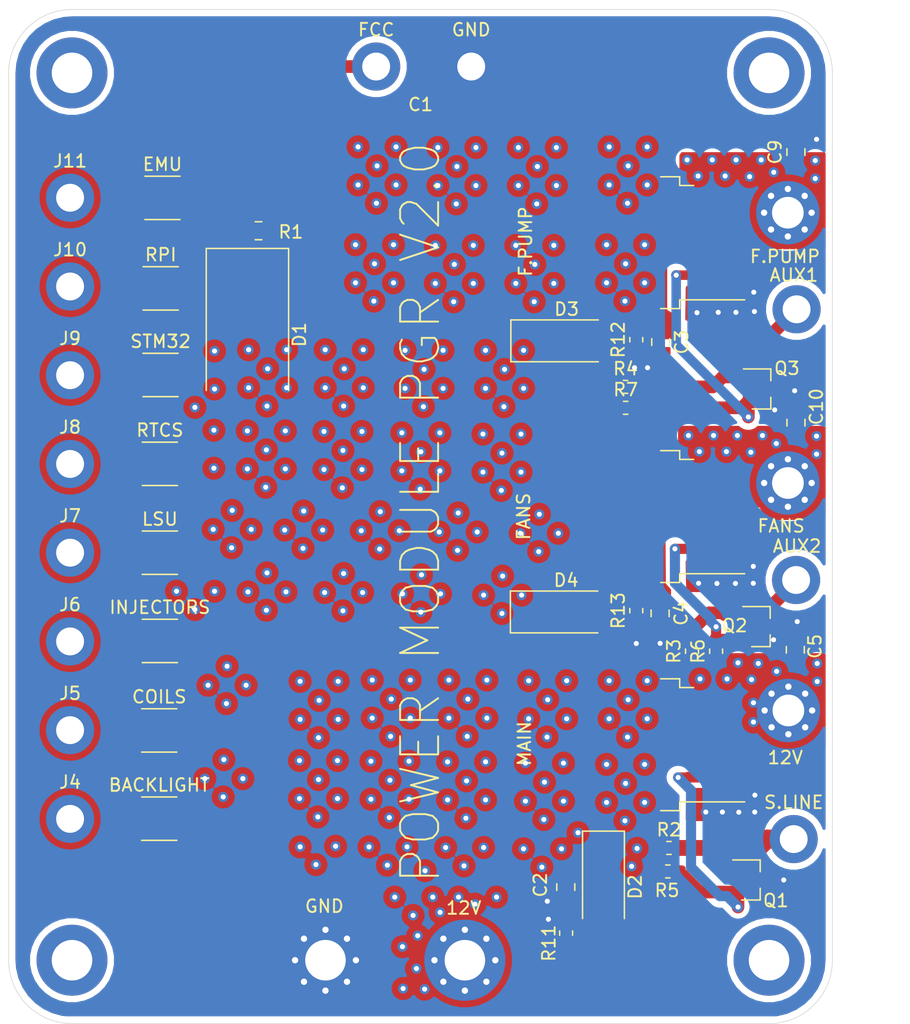
<source format=kicad_pcb>
(kicad_pcb (version 20171130) (host pcbnew "(5.1.2)-2")
  (layers (0 F.Cu signal) (1 In1.Cu signal) (2 In2.Cu signal) (31 B.Cu signal) (34 B.Paste user) (35 F.Paste user) (36 B.SilkS user) (37 F.SilkS user) (38 B.Mask user) (39 F.Mask user) (44 Edge.Cuts user))
  (net 0 "")
  (net 1 GND)
  (net 2 "Net-(C1-Pad1)")
  (net 3 "Net-(D1-Pad1)")
  (net 4 "Net-(U1-Pad3)")
  (net 5 "Net-(U2-Pad3)")
  (net 6 "Net-(U3-Pad3)")
  (net 7 "Net-(F2-Pad1)")
  (net 8 "Net-(F3-Pad1)")
  (net 9 "Net-(F4-Pad1)")
  (net 10 "Net-(F5-Pad1)")
  (net 11 "Net-(F6-Pad1)")
  (net 12 "Net-(F7-Pad1)")
  (net 13 "Net-(F8-Pad1)")
  (net 14 "Net-(F9-Pad1)")
  (net 15 "Net-(J2-Pad1)")
  (net 16 "Net-(J12-Pad1)")
  (net 17 "Net-(J14-Pad1)")
  (net 18 "Net-(C9-Pad1)")
  (net 19 "Net-(C10-Pad1)")
  (net 20 "Net-(D2-Pad2)")
  (net 21 "Net-(D3-Pad2)")
  (net 22 "Net-(D4-Pad2)")
  (net 23 12V_BAT)
  (net 24 12V_OUT1)
  (net 25 IN_1)
  (net 26 IN_2)
  (net 27 IN_3)
  (module MountingHole:MountingHole_3.2mm_M3_Pad_Via (layer F.Cu) (at 120 118)
    (fp_text reference J16)
    (fp_text value GND)
    (pad 1 thru_hole circle (at 1.697056 -1.697056) (size 0.8 0.8) (drill 0.5) (layers *.Cu *.Mask) (net 1 GND))
    (pad 1 thru_hole circle (at 0 -2.4) (size 0.8 0.8) (drill 0.5) (layers *.Cu *.Mask) (net 1 GND))
    (pad 1 thru_hole circle (at -1.697056 -1.697056) (size 0.8 0.8) (drill 0.5) (layers *.Cu *.Mask) (net 1 GND))
    (pad 1 thru_hole circle (at -2.4 0) (size 0.8 0.8) (drill 0.5) (layers *.Cu *.Mask) (net 1 GND))
    (pad 1 thru_hole circle (at -1.697056 1.697056) (size 0.8 0.8) (drill 0.5) (layers *.Cu *.Mask) (net 1 GND))
    (pad 1 thru_hole circle (at 0 2.4) (size 0.8 0.8) (drill 0.5) (layers *.Cu *.Mask) (net 1 GND))
    (pad 1 thru_hole circle (at 1.697056 1.697056) (size 0.8 0.8) (drill 0.5) (layers *.Cu *.Mask) (net 1 GND))
    (pad 1 thru_hole circle (at 2.4 0) (size 0.8 0.8) (drill 0.5) (layers *.Cu *.Mask) (net 1 GND))
    (pad 1 thru_hole circle (at 0 0) (size 6.4 6.4) (drill 3.2) (layers *.Cu *.Mask) (net 1 GND))
  )
  (module MountingHole:MountingHole_3.2mm_M3_Pad_Via (layer F.Cu) (at 131 118 180)
    (fp_text reference J1)
    (fp_text value "12V BAT")
    (pad 1 thru_hole circle (at 1.697056 -1.697056 180) (size 0.8 0.8) (drill 0.5) (layers *.Cu *.Mask) (net 23 12V_BAT))
    (pad 1 thru_hole circle (at 0 -2.4 180) (size 0.8 0.8) (drill 0.5) (layers *.Cu *.Mask) (net 23 12V_BAT))
    (pad 1 thru_hole circle (at -1.697056 -1.697056 180) (size 0.8 0.8) (drill 0.5) (layers *.Cu *.Mask) (net 23 12V_BAT))
    (pad 1 thru_hole circle (at -2.4 0 180) (size 0.8 0.8) (drill 0.5) (layers *.Cu *.Mask) (net 23 12V_BAT))
    (pad 1 thru_hole circle (at -1.697056 1.697056 180) (size 0.8 0.8) (drill 0.5) (layers *.Cu *.Mask) (net 23 12V_BAT))
    (pad 1 thru_hole circle (at 0 2.4 180) (size 0.8 0.8) (drill 0.5) (layers *.Cu *.Mask) (net 23 12V_BAT))
    (pad 1 thru_hole circle (at 1.697056 1.697056 180) (size 0.8 0.8) (drill 0.5) (layers *.Cu *.Mask) (net 23 12V_BAT))
    (pad 1 thru_hole circle (at 2.4 0 180) (size 0.8 0.8) (drill 0.5) (layers *.Cu *.Mask) (net 23 12V_BAT))
    (pad 1 thru_hole circle (at 0 0 180) (size 6.4 6.4) (drill 3.2) (layers *.Cu *.Mask) (net 23 12V_BAT))
  )
  (module MountingHole:MountingHole_2.5mm_Pad_Via (layer F.Cu) (at 156.4894 80.3529)
    (fp_text reference FANS (at -0.5334 3.3909) (layer F.SilkS))
    (fp_text value FANS)
    (pad 1 thru_hole circle (at 1.325825 -1.325825) (size 0.8 0.8) (drill 0.5) (layers *.Cu *.Mask) (net 19 "Net-(C10-Pad1)"))
    (pad 1 thru_hole circle (at 0 -1.875) (size 0.8 0.8) (drill 0.5) (layers *.Cu *.Mask) (net 19 "Net-(C10-Pad1)"))
    (pad 1 thru_hole circle (at -1.325825 -1.325825) (size 0.8 0.8) (drill 0.5) (layers *.Cu *.Mask) (net 19 "Net-(C10-Pad1)"))
    (pad 1 thru_hole circle (at -1.875 0) (size 0.8 0.8) (drill 0.5) (layers *.Cu *.Mask) (net 19 "Net-(C10-Pad1)"))
    (pad 1 thru_hole circle (at -1.325825 1.325825) (size 0.8 0.8) (drill 0.5) (layers *.Cu *.Mask) (net 19 "Net-(C10-Pad1)"))
    (pad 1 thru_hole circle (at 0 1.875) (size 0.8 0.8) (drill 0.5) (layers *.Cu *.Mask) (net 19 "Net-(C10-Pad1)"))
    (pad 1 thru_hole circle (at 1.325825 1.325825) (size 0.8 0.8) (drill 0.5) (layers *.Cu *.Mask) (net 19 "Net-(C10-Pad1)"))
    (pad 1 thru_hole circle (at 1.875 0) (size 0.8 0.8) (drill 0.5) (layers *.Cu *.Mask) (net 19 "Net-(C10-Pad1)"))
    (pad 1 thru_hole circle (at 0 0) (size 5 5) (drill 2.5) (layers *.Cu *.Mask) (net 19 "Net-(C10-Pad1)"))
  )
  (module MountingHole:MountingHole_2.5mm_Pad_Via (layer F.Cu) (at 156.4848 59.0296)
    (fp_text reference F.PUMP (at -0.224 3.4544) (layer F.SilkS))
    (fp_text value "FUEL PUMP")
    (pad 1 thru_hole circle (at 1.325825 -1.325825) (size 0.8 0.8) (drill 0.5) (layers *.Cu *.Mask) (net 18 "Net-(C9-Pad1)"))
    (pad 1 thru_hole circle (at 0 -1.875) (size 0.8 0.8) (drill 0.5) (layers *.Cu *.Mask) (net 18 "Net-(C9-Pad1)"))
    (pad 1 thru_hole circle (at -1.325825 -1.325825) (size 0.8 0.8) (drill 0.5) (layers *.Cu *.Mask) (net 18 "Net-(C9-Pad1)"))
    (pad 1 thru_hole circle (at -1.875 0) (size 0.8 0.8) (drill 0.5) (layers *.Cu *.Mask) (net 18 "Net-(C9-Pad1)"))
    (pad 1 thru_hole circle (at -1.325825 1.325825) (size 0.8 0.8) (drill 0.5) (layers *.Cu *.Mask) (net 18 "Net-(C9-Pad1)"))
    (pad 1 thru_hole circle (at 0 1.875) (size 0.8 0.8) (drill 0.5) (layers *.Cu *.Mask) (net 18 "Net-(C9-Pad1)"))
    (pad 1 thru_hole circle (at 1.325825 1.325825) (size 0.8 0.8) (drill 0.5) (layers *.Cu *.Mask) (net 18 "Net-(C9-Pad1)"))
    (pad 1 thru_hole circle (at 1.875 0) (size 0.8 0.8) (drill 0.5) (layers *.Cu *.Mask) (net 18 "Net-(C9-Pad1)"))
    (pad 1 thru_hole circle (at 0 0) (size 5 5) (drill 2.5) (layers *.Cu *.Mask) (net 18 "Net-(C9-Pad1)"))
  )
  (module MountingHole:MountingHole_2.5mm_Pad_Via (layer F.Cu) (at 156.5275 98.298)
    (fp_text reference 12V (at -0.2413 3.7211) (layer F.SilkS))
    (fp_text value "85 K1 (starter)")
    (pad 1 thru_hole circle (at 1.325825 -1.325825) (size 0.8 0.8) (drill 0.5) (layers *.Cu *.Mask) (net 24 12V_OUT1))
    (pad 1 thru_hole circle (at 0 -1.875) (size 0.8 0.8) (drill 0.5) (layers *.Cu *.Mask) (net 24 12V_OUT1))
    (pad 1 thru_hole circle (at -1.325825 -1.325825) (size 0.8 0.8) (drill 0.5) (layers *.Cu *.Mask) (net 24 12V_OUT1))
    (pad 1 thru_hole circle (at -1.875 0) (size 0.8 0.8) (drill 0.5) (layers *.Cu *.Mask) (net 24 12V_OUT1))
    (pad 1 thru_hole circle (at -1.325825 1.325825) (size 0.8 0.8) (drill 0.5) (layers *.Cu *.Mask) (net 24 12V_OUT1))
    (pad 1 thru_hole circle (at 0 1.875) (size 0.8 0.8) (drill 0.5) (layers *.Cu *.Mask) (net 24 12V_OUT1))
    (pad 1 thru_hole circle (at 1.325825 1.325825) (size 0.8 0.8) (drill 0.5) (layers *.Cu *.Mask) (net 24 12V_OUT1))
    (pad 1 thru_hole circle (at 1.875 0) (size 0.8 0.8) (drill 0.5) (layers *.Cu *.Mask) (net 24 12V_OUT1))
    (pad 1 thru_hole circle (at 0 0) (size 5 5) (drill 2.5) (layers *.Cu *.Mask) (net 24 12V_OUT1))
  )
  (module Resistor_SMD:R_0805_2012Metric (layer F.Cu) (at 114.7178 60.452)
    (fp_text reference R1 (at 2.554 0.1016) (layer F.SilkS))
    (fp_text value 0.1)
    (pad 2 smd roundrect (at 0.9375 0) (size 0.975 1.4) (layers F.Cu F.Paste F.Mask) (net 2 "Net-(C1-Pad1)"))
    (pad 1 smd roundrect (at -0.9375 0) (size 0.975 1.4) (layers F.Cu F.Paste F.Mask) (net 3 "Net-(D1-Pad1)"))
  )
  (module Resistor_SMD:R_0603_1608Metric_Pad1.05x0.95mm_HandSolder (layer F.Cu) (at 143.6878 74.422)
    (fp_text reference R7 (at 0 -1.43) (layer F.SilkS))
    (fp_text value 10k)
    (pad 2 smd roundrect (at 0.875 0) (size 1.05 0.95) (layers F.Cu F.Paste F.Mask) (net 27 IN_3))
    (pad 1 smd roundrect (at -0.875 0) (size 1.05 0.95) (layers F.Cu F.Paste F.Mask) (net 24 12V_OUT1))
  )
  (module Resistor_SMD:R_0603_1608Metric_Pad1.05x0.95mm_HandSolder (layer F.Cu) (at 150.8252 93.6244 90)
    (fp_text reference R6 (at 0 -1.43 90) (layer F.SilkS))
    (fp_text value 10k)
    (pad 2 smd roundrect (at 0.875 0 90) (size 1.05 0.95) (layers F.Cu F.Paste F.Mask) (net 26 IN_2))
    (pad 1 smd roundrect (at -0.875 0 90) (size 1.05 0.95) (layers F.Cu F.Paste F.Mask) (net 24 12V_OUT1))
  )
  (module Resistor_SMD:R_0603_1608Metric_Pad1.05x0.95mm_HandSolder (layer F.Cu) (at 147.0152 110.998)
    (fp_text reference R5 (at -0.0635 1.4986) (layer F.SilkS))
    (fp_text value 10k)
    (pad 2 smd roundrect (at 0.875 0) (size 1.05 0.95) (layers F.Cu F.Paste F.Mask) (net 25 IN_1))
    (pad 1 smd roundrect (at -0.875 0) (size 1.05 0.95) (layers F.Cu F.Paste F.Mask) (net 23 12V_BAT))
  )
  (module Resistor_SMD:R_0603_1608Metric_Pad1.05x0.95mm_HandSolder (layer F.Cu) (at 143.6764 72.771)
    (fp_text reference R4 (at 0 -1.43) (layer F.SilkS))
    (fp_text value 22k)
    (pad 2 smd roundrect (at 0.875 0) (size 1.05 0.95) (layers F.Cu F.Paste F.Mask) (net 15 "Net-(J2-Pad1)"))
    (pad 1 smd roundrect (at -0.875 0) (size 1.05 0.95) (layers F.Cu F.Paste F.Mask) (net 24 12V_OUT1))
  )
  (module Resistor_SMD:R_0603_1608Metric_Pad1.05x0.95mm_HandSolder (layer F.Cu) (at 148.9202 93.6244 90)
    (fp_text reference R3 (at 0 -1.43 90) (layer F.SilkS))
    (fp_text value 22k)
    (pad 2 smd roundrect (at 0.875 0 90) (size 1.05 0.95) (layers F.Cu F.Paste F.Mask) (net 17 "Net-(J14-Pad1)"))
    (pad 1 smd roundrect (at -0.875 0 90) (size 1.05 0.95) (layers F.Cu F.Paste F.Mask) (net 24 12V_OUT1))
  )
  (module Resistor_SMD:R_0603_1608Metric_Pad1.05x0.95mm_HandSolder (layer F.Cu) (at 147.1041 109.1438)
    (fp_text reference R2 (at 0 -1.43) (layer F.SilkS))
    (fp_text value 22k)
    (pad 2 smd roundrect (at 0.875 0) (size 1.05 0.95) (layers F.Cu F.Paste F.Mask) (net 16 "Net-(J12-Pad1)"))
    (pad 1 smd roundrect (at -0.875 0) (size 1.05 0.95) (layers F.Cu F.Paste F.Mask) (net 23 12V_BAT))
  )
  (module Package_TO_SOT_SMD:SOT-23 (layer F.Cu) (at 154.3812 72.9361)
    (fp_text reference Q3 (at 2.032 -1.6256) (layer F.SilkS))
    (fp_text value Q_NPN_BCE)
    (pad 3 smd rect (at 1 0) (size 0.9 0.8) (layers F.Cu F.Paste F.Mask) (net 1 GND))
    (pad 2 smd rect (at -1 0.95) (size 0.9 0.8) (layers F.Cu F.Paste F.Mask) (net 27 IN_3))
    (pad 1 smd rect (at -1 -0.95) (size 0.9 0.8) (layers F.Cu F.Paste F.Mask) (net 15 "Net-(J2-Pad1)"))
  )
  (module Package_TO_SOT_SMD:SOT-23 (layer F.Cu) (at 154.3304 91.6813)
    (fp_text reference Q2 (at -2.0447 -0.0762) (layer F.SilkS))
    (fp_text value Q_NPN_BCE)
    (pad 3 smd rect (at 1 0) (size 0.9 0.8) (layers F.Cu F.Paste F.Mask) (net 1 GND))
    (pad 2 smd rect (at -1 0.95) (size 0.9 0.8) (layers F.Cu F.Paste F.Mask) (net 26 IN_2))
    (pad 1 smd rect (at -1 -0.95) (size 0.9 0.8) (layers F.Cu F.Paste F.Mask) (net 17 "Net-(J14-Pad1)"))
  )
  (module Package_TO_SOT_SMD:SOT-23 (layer F.Cu) (at 153.543 111.6711)
    (fp_text reference Q1 (at 1.9939 1.6256) (layer F.SilkS))
    (fp_text value Q_NPN_BCE)
    (pad 3 smd rect (at 1 0) (size 0.9 0.8) (layers F.Cu F.Paste F.Mask) (net 1 GND))
    (pad 2 smd rect (at -1 0.95) (size 0.9 0.8) (layers F.Cu F.Paste F.Mask) (net 25 IN_1))
    (pad 1 smd rect (at -1 -0.95) (size 0.9 0.8) (layers F.Cu F.Paste F.Mask) (net 16 "Net-(J12-Pad1)"))
  )
  (module Package_TO_SOT_SMD:TO-263-7_TabPin4 (layer F.Cu) (at 145 101 180)
    (fp_text reference MAIN (at 9.3005 0.0858 90) (layer F.SilkS))
    (fp_text value BTS50010-1TAE)
    (pad 1 smd rect (at -5.775 -3.81 180) (size 4.6 0.8) (layers F.Cu F.Paste F.Mask) (net 1 GND))
    (pad 2 smd rect (at -5.775 -2.54 180) (size 4.6 0.8) (layers F.Cu F.Paste F.Mask) (net 25 IN_1))
    (pad 3 smd rect (at -5.775 -1.27 180) (size 4.6 0.8) (layers F.Cu F.Paste F.Mask) (net 4 "Net-(U1-Pad3)"))
    (pad 4 smd rect (at -5.775 0 180) (size 4.6 0.8) (layers F.Cu F.Paste F.Mask) (net 23 12V_BAT))
    (pad 5 smd rect (at -5.775 1.27 180) (size 4.6 0.8) (layers F.Cu F.Paste F.Mask) (net 24 12V_OUT1))
    (pad 6 smd rect (at -5.775 2.54 180) (size 4.6 0.8) (layers F.Cu F.Paste F.Mask) (net 24 12V_OUT1))
    (pad 7 smd rect (at -5.775 3.81 180) (size 4.6 0.8) (layers F.Cu F.Paste F.Mask) (net 24 12V_OUT1))
    (pad 4 smd rect (at 3.375 0 180) (size 9.4 10.8) (layers F.Cu F.Mask) (net 23 12V_BAT))
  )
  (module Kondensator:Kondensator (layer F.Cu) (at 127 42.5)
    (fp_text reference C1 (at 0.5 8) (layer F.SilkS))
    (fp_text value 0.2F)
    (fp_text user GND (at 4.5 2.1) (layer F.SilkS))
    (fp_text user FCC (at -3 2.1) (layer F.SilkS))
    (pad 2 thru_hole circle (at 4.5 5) (size 3.8 3.8) (drill 2.2) (layers *.Cu *.Mask) (net 1 GND))
    (pad 1 thru_hole circle (at -3 5) (size 3.8 3.8) (drill 2.2) (layers *.Cu *.Mask) (net 2 "Net-(C1-Pad1)"))
  )
  (module Fuse:Fuse_1812_4532Metric_Pad1.30x3.40mm_HandSolder (layer F.Cu) (at 107.1372 57.8612)
    (fp_text reference EMU (at 0 -2.65) (layer F.SilkS))
    (fp_text value 3)
    (pad 1 smd roundrect (at -2.225 0) (size 1.3 3.4) (layers F.Cu F.Paste F.Mask) (roundrect_rratio 0.192308) (net 14 "Net-(F9-Pad1)"))
    (pad 2 smd roundrect (at 2.225 0) (size 1.3 3.4) (layers F.Cu F.Paste F.Mask) (roundrect_rratio 0.192308) (net 3 "Net-(D1-Pad1)"))
  )
  (module Fuse:Fuse_1812_4532Metric_Pad1.30x3.40mm_HandSolder (layer F.Cu) (at 107 65)
    (fp_text reference RPI (at 0 -2.65) (layer F.SilkS))
    (fp_text value 5)
    (pad 1 smd roundrect (at -2.225 0) (size 1.3 3.4) (layers F.Cu F.Paste F.Mask) (roundrect_rratio 0.192308) (net 13 "Net-(F8-Pad1)"))
    (pad 2 smd roundrect (at 2.225 0) (size 1.3 3.4) (layers F.Cu F.Paste F.Mask) (roundrect_rratio 0.192308) (net 3 "Net-(D1-Pad1)"))
  )
  (module Fuse:Fuse_1812_4532Metric_Pad1.30x3.40mm_HandSolder (layer F.Cu) (at 106.9848 71.8312)
    (fp_text reference STM32 (at 0 -2.65) (layer F.SilkS))
    (fp_text value 7.5)
    (pad 1 smd roundrect (at -2.225 0) (size 1.3 3.4) (layers F.Cu F.Paste F.Mask) (roundrect_rratio 0.192308) (net 12 "Net-(F7-Pad1)"))
    (pad 2 smd roundrect (at 2.225 0) (size 1.3 3.4) (layers F.Cu F.Paste F.Mask) (roundrect_rratio 0.192308) (net 24 12V_OUT1))
  )
  (module Fuse:Fuse_1812_4532Metric_Pad1.30x3.40mm_HandSolder (layer F.Cu) (at 106.934 78.8416)
    (fp_text reference RTCS (at 0 -2.65) (layer F.SilkS))
    (fp_text value Fuse)
    (pad 1 smd roundrect (at -2.225 0) (size 1.3 3.4) (layers F.Cu F.Paste F.Mask) (roundrect_rratio 0.192308) (net 11 "Net-(F6-Pad1)"))
    (pad 2 smd roundrect (at 2.225 0) (size 1.3 3.4) (layers F.Cu F.Paste F.Mask) (roundrect_rratio 0.192308) (net 24 12V_OUT1))
  )
  (module Fuse:Fuse_1812_4532Metric_Pad1.30x3.40mm_HandSolder (layer F.Cu) (at 106.934 85.852)
    (fp_text reference LSU (at 0 -2.65) (layer F.SilkS))
    (fp_text value 3)
    (pad 1 smd roundrect (at -2.225 0) (size 1.3 3.4) (layers F.Cu F.Paste F.Mask) (roundrect_rratio 0.192308) (net 10 "Net-(F5-Pad1)"))
    (pad 2 smd roundrect (at 2.225 0) (size 1.3 3.4) (layers F.Cu F.Paste F.Mask) (roundrect_rratio 0.192308) (net 24 12V_OUT1))
  )
  (module Fuse:Fuse_1812_4532Metric_Pad1.30x3.40mm_HandSolder (layer F.Cu) (at 106.934 92.8116)
    (fp_text reference INJECTORS (at 0 -2.65) (layer F.SilkS))
    (fp_text value 15)
    (pad 1 smd roundrect (at -2.225 0) (size 1.3 3.4) (layers F.Cu F.Paste F.Mask) (roundrect_rratio 0.192308) (net 9 "Net-(F4-Pad1)"))
    (pad 2 smd roundrect (at 2.225 0) (size 1.3 3.4) (layers F.Cu F.Paste F.Mask) (roundrect_rratio 0.192308) (net 24 12V_OUT1))
  )
  (module Fuse:Fuse_1812_4532Metric_Pad1.30x3.40mm_HandSolder (layer F.Cu) (at 106.8832 99.8728)
    (fp_text reference COILS (at 0 -2.65) (layer F.SilkS))
    (fp_text value 15)
    (pad 1 smd roundrect (at -2.225 0) (size 1.3 3.4) (layers F.Cu F.Paste F.Mask) (roundrect_rratio 0.192308) (net 8 "Net-(F3-Pad1)"))
    (pad 2 smd roundrect (at 2.225 0) (size 1.3 3.4) (layers F.Cu F.Paste F.Mask) (roundrect_rratio 0.192308) (net 24 12V_OUT1))
  )
  (module Fuse:Fuse_1812_4532Metric_Pad1.30x3.40mm_HandSolder (layer F.Cu) (at 106.8832 106.8324)
    (fp_text reference BACKLIGHT (at 0 -2.65) (layer F.SilkS))
    (fp_text value 2)
    (pad 1 smd roundrect (at -2.225 0) (size 1.3 3.4) (layers F.Cu F.Paste F.Mask) (roundrect_rratio 0.192308) (net 7 "Net-(F2-Pad1)"))
    (pad 2 smd roundrect (at 2.225 0) (size 1.3 3.4) (layers F.Cu F.Paste F.Mask) (roundrect_rratio 0.192308) (net 24 12V_OUT1))
  )
  (module Diode_SMD:D_SMC_Handsoldering (layer F.Cu) (at 113.8428 68.6504 270)
    (fp_text reference D1 (at 0 -4.1 90) (layer F.SilkS))
    (fp_text value D)
    (pad 1 smd rect (at -4.4 0) (size 3.3 4.5) (layers F.Cu F.Paste F.Mask) (net 3 "Net-(D1-Pad1)"))
    (pad 2 smd rect (at 4.4 0) (size 3.3 4.5) (layers F.Cu F.Paste F.Mask) (net 24 12V_OUT1))
  )
  (module Package_TO_SOT_SMD:TO-263-7_TabPin4 (layer F.Cu) (at 145 61.3932 180)
    (fp_text reference F.PUMP (at 9.2116 0.0903 90) (layer F.SilkS))
    (fp_text value BTS50010-1TAE)
    (pad 1 smd rect (at -5.775 -3.81 180) (size 4.6 0.8) (layers F.Cu F.Paste F.Mask) (net 1 GND))
    (pad 2 smd rect (at -5.775 -2.54 180) (size 4.6 0.8) (layers F.Cu F.Paste F.Mask) (net 27 IN_3))
    (pad 3 smd rect (at -5.775 -1.27 180) (size 4.6 0.8) (layers F.Cu F.Paste F.Mask) (net 6 "Net-(U3-Pad3)"))
    (pad 4 smd rect (at -5.775 0 180) (size 4.6 0.8) (layers F.Cu F.Paste F.Mask) (net 24 12V_OUT1))
    (pad 5 smd rect (at -5.775 1.27 180) (size 4.6 0.8) (layers F.Cu F.Paste F.Mask) (net 18 "Net-(C9-Pad1)"))
    (pad 6 smd rect (at -5.775 2.54 180) (size 4.6 0.8) (layers F.Cu F.Paste F.Mask) (net 18 "Net-(C9-Pad1)"))
    (pad 7 smd rect (at -5.775 3.81 180) (size 4.6 0.8) (layers F.Cu F.Paste F.Mask) (net 18 "Net-(C9-Pad1)"))
    (pad 4 smd rect (at 3.375 0 180) (size 9.4 10.8) (layers F.Cu F.Mask) (net 24 12V_OUT1))
  )
  (module Resistor_SMD:R_0603_1608Metric_Pad1.05x0.95mm_HandSolder (layer F.Cu) (at 144.526 90.424 90)
    (fp_text reference R13 (at 0 -1.43 90) (layer F.SilkS))
    (fp_text value 1R)
    (pad 2 smd roundrect (at 0.875 0 90) (size 1.05 0.95) (layers F.Cu F.Paste F.Mask) (net 22 "Net-(D4-Pad2)"))
    (pad 1 smd roundrect (at -0.875 0 90) (size 1.05 0.95) (layers F.Cu F.Paste F.Mask) (net 1 GND))
  )
  (module Resistor_SMD:R_0603_1608Metric_Pad1.05x0.95mm_HandSolder (layer F.Cu) (at 144.526 69.0486 90)
    (fp_text reference R12 (at 0 -1.43 90) (layer F.SilkS))
    (fp_text value 1R)
    (pad 2 smd roundrect (at 0.875 0 90) (size 1.05 0.95) (layers F.Cu F.Paste F.Mask) (net 21 "Net-(D3-Pad2)"))
    (pad 1 smd roundrect (at -0.875 0 90) (size 1.05 0.95) (layers F.Cu F.Paste F.Mask) (net 1 GND))
  )
  (module Resistor_SMD:R_0603_1608Metric_Pad1.05x0.95mm_HandSolder (layer F.Cu) (at 138.9888 115.8621 270)
    (fp_text reference R11 (at 0.8001 1.3589 90) (layer F.SilkS))
    (fp_text value 1R)
    (pad 2 smd roundrect (at 0.875 0 270) (size 1.05 0.95) (layers F.Cu F.Paste F.Mask) (net 20 "Net-(D2-Pad2)"))
    (pad 1 smd roundrect (at -0.875 0 270) (size 1.05 0.95) (layers F.Cu F.Paste F.Mask) (net 1 GND))
  )
  (module Diode_SMD:D_SMA_Handsoldering (layer F.Cu) (at 138.9888 90.5256)
    (fp_text reference D4 (at 0 -2.5) (layer F.SilkS))
    (fp_text value D_TVS_ALT)
    (pad 2 smd rect (at 2.5 0) (size 3.5 1.8) (layers F.Cu F.Paste F.Mask) (net 22 "Net-(D4-Pad2)"))
    (pad 1 smd rect (at -2.5 0) (size 3.5 1.8) (layers F.Cu F.Paste F.Mask) (net 24 12V_OUT1))
  )
  (module Diode_SMD:D_SMA_Handsoldering (layer F.Cu) (at 139.0288 69.1388)
    (fp_text reference D3 (at 0 -2.5) (layer F.SilkS))
    (fp_text value D_TVS_ALT)
    (pad 2 smd rect (at 2.5 0) (size 3.5 1.8) (layers F.Cu F.Paste F.Mask) (net 21 "Net-(D3-Pad2)"))
    (pad 1 smd rect (at -2.5 0) (size 3.5 1.8) (layers F.Cu F.Paste F.Mask) (net 24 12V_OUT1))
  )
  (module Diode_SMD:D_SMA_Handsoldering (layer F.Cu) (at 141.9352 112.2172 270)
    (fp_text reference D2 (at 0 -2.5 90) (layer F.SilkS))
    (fp_text value D_TVS_ALT)
    (pad 2 smd rect (at 2.5 0 270) (size 3.5 1.8) (layers F.Cu F.Paste F.Mask) (net 20 "Net-(D2-Pad2)"))
    (pad 1 smd rect (at -2.5 0 270) (size 3.5 1.8) (layers F.Cu F.Paste F.Mask) (net 23 12V_BAT))
  )
  (module Capacitor_SMD:C_0805_2012Metric_Pad1.15x1.40mm_HandSolder (layer F.Cu) (at 157.1244 75.5904 90)
    (fp_text reference C10 (at 1.2573 1.6129 90) (layer F.SilkS))
    (fp_text value 10nF)
    (pad 2 smd roundrect (at 1.025 0 90) (size 1.15 1.4) (layers F.Cu F.Paste F.Mask) (roundrect_rratio 0.217391) (net 1 GND))
    (pad 1 smd roundrect (at -1.025 0 90) (size 1.15 1.4) (layers F.Cu F.Paste F.Mask) (roundrect_rratio 0.217391) (net 19 "Net-(C10-Pad1)"))
  )
  (module Capacitor_SMD:C_0805_2012Metric_Pad1.15x1.40mm_HandSolder (layer F.Cu) (at 157.1244 54.2454 90)
    (fp_text reference C9 (at 0 -1.65 90) (layer F.SilkS))
    (fp_text value 10nF)
    (pad 2 smd roundrect (at 1.025 0 90) (size 1.15 1.4) (layers F.Cu F.Paste F.Mask) (roundrect_rratio 0.217391) (net 1 GND))
    (pad 1 smd roundrect (at -1.025 0 90) (size 1.15 1.4) (layers F.Cu F.Paste F.Mask) (roundrect_rratio 0.217391) (net 18 "Net-(C9-Pad1)"))
  )
  (module Capacitor_SMD:C_0805_2012Metric_Pad1.15x1.40mm_HandSolder (layer F.Cu) (at 157.0736 93.5101 90)
    (fp_text reference C5 (at 0.2667 1.5494 90) (layer F.SilkS))
    (fp_text value 10nF)
    (pad 2 smd roundrect (at 1.025 0 90) (size 1.15 1.4) (layers F.Cu F.Paste F.Mask) (roundrect_rratio 0.217391) (net 1 GND))
    (pad 1 smd roundrect (at -1.025 0 90) (size 1.15 1.4) (layers F.Cu F.Paste F.Mask) (roundrect_rratio 0.217391) (net 24 12V_OUT1))
  )
  (module Capacitor_SMD:C_0805_2012Metric_Pad1.15x1.40mm_HandSolder (layer F.Cu) (at 146.4056 90.6362 270)
    (fp_text reference C4 (at 0 -1.65 90) (layer F.SilkS))
    (fp_text value 100nF)
    (pad 2 smd roundrect (at 1.025 0 270) (size 1.15 1.4) (layers F.Cu F.Paste F.Mask) (roundrect_rratio 0.217391) (net 1 GND))
    (pad 1 smd roundrect (at -1.025 0 270) (size 1.15 1.4) (layers F.Cu F.Paste F.Mask) (roundrect_rratio 0.217391) (net 24 12V_OUT1))
  )
  (module Capacitor_SMD:C_0805_2012Metric_Pad1.15x1.40mm_HandSolder (layer F.Cu) (at 146.4564 69.2314 270)
    (fp_text reference C3 (at 0 -1.65 90) (layer F.SilkS))
    (fp_text value 100nF)
    (pad 2 smd roundrect (at 1.025 0 270) (size 1.15 1.4) (layers F.Cu F.Paste F.Mask) (roundrect_rratio 0.217391) (net 1 GND))
    (pad 1 smd roundrect (at -1.025 0 270) (size 1.15 1.4) (layers F.Cu F.Paste F.Mask) (roundrect_rratio 0.217391) (net 24 12V_OUT1))
  )
  (module Capacitor_SMD:C_0805_2012Metric_Pad1.15x1.40mm_HandSolder (layer F.Cu) (at 138.9634 112.2299 270)
    (fp_text reference C2 (at -0.1651 2.0066 90) (layer F.SilkS))
    (fp_text value 100nF)
    (pad 2 smd roundrect (at 1.025 0 270) (size 1.15 1.4) (layers F.Cu F.Paste F.Mask) (roundrect_rratio 0.217391) (net 1 GND))
    (pad 1 smd roundrect (at -1.025 0 270) (size 1.15 1.4) (layers F.Cu F.Paste F.Mask) (roundrect_rratio 0.217391) (net 23 12V_BAT))
  )
  (module MountingHole:MountingHole_2.2mm_M2_DIN965_Pad (layer F.Cu) (at 157.1368 88.0048)
    (fp_text reference AUX2 (at 0.0765 -2.6735) (layer F.SilkS))
    (fp_text value "EMU PIN 13 GN (AUX2)")
    (pad 1 thru_hole circle (at 0 0) (size 3.8 3.8) (drill 2.2) (layers *.Cu *.Mask) (net 17 "Net-(J14-Pad1)"))
  )
  (module MountingHole:MountingHole_2.2mm_M2_DIN965_Pad (layer F.Cu) (at 156.9466 108.4453)
    (fp_text reference S.LINE (at 0 -2.9) (layer F.SilkS))
    (fp_text value "SAFETY SYSTEM")
    (pad 1 thru_hole circle (at 0 0) (size 3.8 3.8) (drill 2.2) (layers *.Cu *.Mask) (net 16 "Net-(J12-Pad1)"))
  )
  (module MountingHole:MountingHole_2.2mm_M2_DIN965_Pad (layer F.Cu) (at 99.8476 57.8504)
    (fp_text reference J11 (at 0 -2.9) (layer F.SilkS))
    (fp_text value EMU)
    (pad 1 thru_hole circle (at 0 0) (size 3.8 3.8) (drill 2.2) (layers *.Cu *.Mask) (net 14 "Net-(F9-Pad1)"))
  )
  (module MountingHole:MountingHole_2.2mm_M2_DIN965_Pad (layer F.Cu) (at 99.8476 64.8504)
    (fp_text reference J10 (at 0 -2.9) (layer F.SilkS))
    (fp_text value "RASPBERRY PI")
    (pad 1 thru_hole circle (at 0 0) (size 3.8 3.8) (drill 2.2) (layers *.Cu *.Mask) (net 13 "Net-(F8-Pad1)"))
  )
  (module MountingHole:MountingHole_2.2mm_M2_DIN965_Pad (layer F.Cu) (at 99.8476 71.8504)
    (fp_text reference J9 (at 0 -2.9) (layer F.SilkS))
    (fp_text value "STM BOX")
    (pad 1 thru_hole circle (at 0 0) (size 3.8 3.8) (drill 2.2) (layers *.Cu *.Mask) (net 12 "Net-(F7-Pad1)"))
  )
  (module MountingHole:MountingHole_2.2mm_M2_DIN965_Pad (layer F.Cu) (at 99.8476 78.8504)
    (fp_text reference J8 (at 0 -2.9) (layer F.SilkS))
    (fp_text value "RACE TCS")
    (pad 1 thru_hole circle (at 0 0) (size 3.8 3.8) (drill 2.2) (layers *.Cu *.Mask) (net 11 "Net-(F6-Pad1)"))
  )
  (module MountingHole:MountingHole_2.2mm_M2_DIN965_Pad (layer F.Cu) (at 99.8476 85.8504)
    (fp_text reference J7 (at 0 -2.9) (layer F.SilkS))
    (fp_text value "LSU 4.9")
    (pad 1 thru_hole circle (at 0 0) (size 3.8 3.8) (drill 2.2) (layers *.Cu *.Mask) (net 10 "Net-(F5-Pad1)"))
  )
  (module MountingHole:MountingHole_2.2mm_M2_DIN965_Pad (layer F.Cu) (at 99.8476 92.8504)
    (fp_text reference J6 (at 0 -2.9) (layer F.SilkS))
    (fp_text value INJECTORS)
    (pad 1 thru_hole circle (at 0 0) (size 3.8 3.8) (drill 2.2) (layers *.Cu *.Mask) (net 9 "Net-(F4-Pad1)"))
  )
  (module MountingHole:MountingHole_2.2mm_M2_DIN965_Pad (layer F.Cu) (at 99.8476 99.8504)
    (fp_text reference J5 (at 0 -2.9) (layer F.SilkS))
    (fp_text value COILS)
    (pad 1 thru_hole circle (at 0 0) (size 3.8 3.8) (drill 2.2) (layers *.Cu *.Mask) (net 8 "Net-(F3-Pad1)"))
  )
  (module MountingHole:MountingHole_2.2mm_M2_DIN965_Pad (layer F.Cu) (at 99.8476 106.8504)
    (fp_text reference J4 (at 0 -2.9) (layer F.SilkS))
    (fp_text value "BACK LIGHT")
    (pad 1 thru_hole circle (at 0 0) (size 3.8 3.8) (drill 2.2) (layers *.Cu *.Mask) (net 7 "Net-(F2-Pad1)"))
  )
  (module MountingHole:MountingHole_2.2mm_M2_DIN965_Pad (layer F.Cu) (at 157.1752 66.6496)
    (fp_text reference AUX1 (at -0.2159 -2.6924) (layer F.SilkS))
    (fp_text value "EMU PIN 21 GN(AUX1)")
    (pad 1 thru_hole circle (at 0 0) (size 3.8 3.8) (drill 2.2) (layers *.Cu *.Mask) (net 15 "Net-(J2-Pad1)"))
  )
  (module MountingHole:MountingHole_3.2mm_M3_DIN965_Pad (layer F.Cu) (at 100 118)
    (fp_text reference H4)
    (fp_text value MountingHole)
    (pad 1 thru_hole circle (at 0 0) (size 5.6 5.6) (drill 3.2) (layers *.Cu *.Mask))
  )
  (module MountingHole:MountingHole_3.2mm_M3_DIN965_Pad (layer F.Cu) (at 155 118)
    (fp_text reference H3)
    (fp_text value MountingHole)
    (pad 1 thru_hole circle (at 0 0) (size 5.6 5.6) (drill 3.2) (layers *.Cu *.Mask))
  )
  (module MountingHole:MountingHole_3.2mm_M3_DIN965_Pad (layer F.Cu) (at 155 48)
    (fp_text reference H2)
    (fp_text value MountingHole)
    (pad 1 thru_hole circle (at 0 0) (size 5.6 5.6) (drill 3.2) (layers *.Cu *.Mask))
  )
  (module MountingHole:MountingHole_3.2mm_M3_DIN965_Pad (layer F.Cu) (at 100 48)
    (fp_text reference H1)
    (fp_text value MountingHole)
    (pad 1 thru_hole circle (at 0 0) (size 5.6 5.6) (drill 3.2) (layers *.Cu *.Mask))
  )
  (module Package_TO_SOT_SMD:TO-263-7_TabPin4 (layer F.Cu) (at 145 83 180)
    (fp_text reference FANS (at 9.364 0.0055 90) (layer F.SilkS))
    (fp_text value BTS50010-1TAE)
    (pad 1 smd rect (at -5.775 -3.81 180) (size 4.6 0.8) (layers F.Cu F.Paste F.Mask) (net 1 GND))
    (pad 2 smd rect (at -5.775 -2.54 180) (size 4.6 0.8) (layers F.Cu F.Paste F.Mask) (net 26 IN_2))
    (pad 3 smd rect (at -5.775 -1.27 180) (size 4.6 0.8) (layers F.Cu F.Paste F.Mask) (net 5 "Net-(U2-Pad3)"))
    (pad 4 smd rect (at -5.775 0 180) (size 4.6 0.8) (layers F.Cu F.Paste F.Mask) (net 24 12V_OUT1))
    (pad 5 smd rect (at -5.775 1.27 180) (size 4.6 0.8) (layers F.Cu F.Paste F.Mask) (net 19 "Net-(C10-Pad1)"))
    (pad 6 smd rect (at -5.775 2.54 180) (size 4.6 0.8) (layers F.Cu F.Paste F.Mask) (net 19 "Net-(C10-Pad1)"))
    (pad 7 smd rect (at -5.775 3.81 180) (size 4.6 0.8) (layers F.Cu F.Paste F.Mask) (net 19 "Net-(C10-Pad1)"))
    (pad 4 smd rect (at 3.375 0 180) (size 9.4 10.8) (layers F.Cu F.Mask) (net 24 12V_OUT1))
  )
  (gr_arc (start 100 118) (end 95 118) (angle -90) (layer Edge.Cuts) (width 0.05))
  (gr_arc (start 155 118) (end 155 123) (angle -90) (layer Edge.Cuts) (width 0.05))
  (gr_arc (start 155 48) (end 160 48) (angle -90) (layer Edge.Cuts) (width 0.05))
  (gr_arc (start 100 48) (end 100 43) (angle -90) (layer Edge.Cuts) (width 0.05))
  (gr_text "POWER MODULE PGR V2.0" (at 127.508 82.6897 90) (layer F.SilkS) (effects (font (size 3 3))))
  (gr_line (start 155 123) (end 100 123) (layer Edge.Cuts) (width 0.05))
  (gr_line (start 160 48) (end 160 118) (layer Edge.Cuts) (width 0.05))
  (gr_line (start 100 43) (end 155 43) (layer Edge.Cuts) (width 0.05))
  (gr_text "12V " (at 131.2926 113.8809) (layer F.SilkS) (effects (font (size 1 1))))
  (gr_text GND (at 119.9134 113.7412) (layer F.SilkS) (effects (font (size 1 1))))
  (gr_line (start 95 118) (end 95 48) (layer Edge.Cuts) (width 0.05))
  (via (at 158.75 53.2384) (size 0.8) (drill 0.4) (layers F.Cu B.Cu) (net 1))
  (segment (start 157.1244 53.2204) (end 158.732 53.2204) (width 1) (layer F.Cu) (net 1))
  (segment (start 158.732 53.2204) (end 158.75 53.2384) (width 0.25) (layer F.Cu) (net 1))
  (segment (start 150.8252 104.8602) (end 150.775 104.81) (width 0.25) (layer F.Cu) (net 1))
  (segment (start 154.543 111.6711) (end 155.493 111.6711) (width 1) (layer F.Cu) (net 1))
  (segment (start 155.493 111.6711) (end 156.1592 111.6711) (width 1) (layer F.Cu) (net 1))
  (via (at 150.0124 106.3117) (size 0.8) (drill 0.4) (layers F.Cu B.Cu) (net 1))
  (via (at 151.3205 106.3117) (size 0.8) (drill 0.4) (layers F.Cu B.Cu) (net 1))
  (via (at 152.6159 106.3244) (size 0.8) (drill 0.4) (layers F.Cu B.Cu) (net 1))
  (via (at 153.8859 104.9782) (size 0.8) (drill 0.4) (layers F.Cu B.Cu) (net 1))
  (segment (start 156.1592 111.6711) (end 156.1592 111.6711) (width 1) (layer F.Cu) (net 1))
  (via (at 156.1592 111.6711) (size 0.8) (drill 0.4) (layers F.Cu B.Cu) (net 1))
  (segment (start 146.4056 91.6612) (end 146.4056 92.3362) (width 1) (layer F.Cu) (net 1))
  (segment (start 146.4056 92.3362) (end 146.4056 93.0021) (width 1) (layer F.Cu) (net 1))
  (segment (start 146.4056 93.0021) (end 146.4056 93.0021) (width 1) (layer F.Cu) (net 1))
  (via (at 146.4056 93.0021) (size 0.8) (drill 0.4) (layers F.Cu B.Cu) (net 1))
  (segment (start 144.526 91.924) (end 144.5387 91.9367) (width 1) (layer F.Cu) (net 1))
  (segment (start 144.526 91.299) (end 144.526 91.924) (width 1) (layer F.Cu) (net 1))
  (segment (start 144.526 91.924) (end 144.526 93.0148) (width 1) (layer F.Cu) (net 1))
  (segment (start 144.526 93.0148) (end 144.526 93.0148) (width 1) (layer F.Cu) (net 1))
  (via (at 144.526 93.0148) (size 0.8) (drill 0.4) (layers F.Cu B.Cu) (net 1))
  (via (at 155.3591 92.7227) (size 0.8) (drill 0.4) (layers F.Cu B.Cu) (net 1))
  (via (at 157.226 91.2876) (size 0.8) (drill 0.4) (layers F.Cu B.Cu) (net 1))
  (via (at 149.4409 88.265) (size 0.8) (drill 0.4) (layers F.Cu B.Cu) (net 1))
  (via (at 150.8887 88.2777) (size 0.8) (drill 0.4) (layers F.Cu B.Cu) (net 1))
  (via (at 152.3492 88.2777) (size 0.8) (drill 0.4) (layers F.Cu B.Cu) (net 1))
  (via (at 157.0228 73.0758) (size 0.8) (drill 0.4) (layers F.Cu B.Cu) (net 1))
  (via (at 155.448 74.5871) (size 0.8) (drill 0.4) (layers F.Cu B.Cu) (net 1))
  (via (at 149.3139 66.9163) (size 0.8) (drill 0.4) (layers F.Cu B.Cu) (net 1))
  (via (at 150.9903 66.8909) (size 0.8) (drill 0.4) (layers F.Cu B.Cu) (net 1))
  (via (at 152.3873 66.8909) (size 0.8) (drill 0.4) (layers F.Cu B.Cu) (net 1))
  (via (at 153.797 65.3034) (size 0.8) (drill 0.4) (layers F.Cu B.Cu) (net 1))
  (via (at 153.7589 86.9315) (size 0.8) (drill 0.4) (layers F.Cu B.Cu) (net 1))
  (via (at 144.3863 71.2597) (size 0.8) (drill 0.4) (layers F.Cu B.Cu) (net 1))
  (via (at 145.415 71.2597) (size 0.8) (drill 0.4) (layers F.Cu B.Cu) (net 1))
  (via (at 153.8478 66.8274) (size 0.8) (drill 0.4) (layers F.Cu B.Cu) (net 1))
  (via (at 153.7589 88.265) (size 0.8) (drill 0.4) (layers F.Cu B.Cu) (net 1))
  (via (at 153.8732 106.3117) (size 0.8) (drill 0.4) (layers F.Cu B.Cu) (net 1))
  (via (at 137.5918 114.7699) (size 0.8) (drill 0.4) (layers F.Cu B.Cu) (net 1))
  (via (at 137.5029 113.3475) (size 0.8) (drill 0.4) (layers F.Cu B.Cu) (net 1))
  (segment (start 115.5928 60.452) (end 115.5928 52.098) (width 1) (layer F.Cu) (net 2))
  (segment (start 120.1908 47.5) (end 124 47.5) (width 1) (layer F.Cu) (net 2))
  (segment (start 115.5928 52.098) (end 120.1908 47.5) (width 1) (layer F.Cu) (net 2))
  (segment (start 109.4042 64.8208) (end 109.225 65) (width 1) (layer F.Cu) (net 3))
  (segment (start 113.8428 64.2504) (end 113.2724 64.8208) (width 1) (layer F.Cu) (net 3))
  (segment (start 156.859 66.9658) (end 157.1752 66.6496) (width 1) (layer F.Cu) (net 15))
  (segment (start 153.3812 70.4436) (end 157.1752 66.6496) (width 1) (layer F.Cu) (net 15))
  (segment (start 153.3812 71.9861) (end 153.3812 70.4436) (width 1) (layer F.Cu) (net 15))
  (segment (start 151.3434 71.9861) (end 153.3812 71.9861) (width 1) (layer F.Cu) (net 15))
  (segment (start 144.5514 72.771) (end 150.5585 72.771) (width 1) (layer F.Cu) (net 15))
  (segment (start 150.5585 72.771) (end 151.3434 71.9861) (width 1) (layer F.Cu) (net 15))
  (segment (start 152.543 110.7211) (end 152.593 110.7211) (width 0.5) (layer F.Cu) (net 16))
  (segment (start 150.9657 109.1438) (end 152.543 110.7211) (width 1.25) (layer F.Cu) (net 16))
  (segment (start 147.9791 109.1438) (end 150.9657 109.1438) (width 1.25) (layer F.Cu) (net 16))
  (segment (start 154.8188 108.4453) (end 156.9466 108.4453) (width 1.5) (layer F.Cu) (net 16))
  (segment (start 152.543 110.7211) (end 154.8188 108.4453) (width 1.5) (layer F.Cu) (net 16))
  (segment (start 156.9368 87.8048) (end 157.1368 88.0048) (width 1) (layer F.Cu) (net 17))
  (segment (start 156.5236 88.618) (end 157.1368 88.0048) (width 1) (layer F.Cu) (net 17))
  (segment (start 153.3804 90.7313) (end 154.2084 89.9033) (width 1) (layer F.Cu) (net 17))
  (segment (start 153.3304 90.7313) (end 153.3804 90.7313) (width 1) (layer F.Cu) (net 17))
  (segment (start 154.2084 89.9033) (end 155.3464 89.9033) (width 1) (layer F.Cu) (net 17))
  (segment (start 157.1368 88.1129) (end 157.1368 88.0048) (width 1) (layer F.Cu) (net 17))
  (segment (start 155.3464 89.9033) (end 157.1368 88.1129) (width 1) (layer F.Cu) (net 17))
  (segment (start 148.9202 92.1244) (end 148.9202 92.7494) (width 1) (layer F.Cu) (net 17))
  (segment (start 148.9202 91.970998) (end 148.9202 92.1244) (width 1) (layer F.Cu) (net 17))
  (segment (start 150.297199 90.593999) (end 148.9202 91.970998) (width 1) (layer F.Cu) (net 17))
  (segment (start 151.353201 90.593999) (end 150.297199 90.593999) (width 1) (layer F.Cu) (net 17))
  (segment (start 151.490502 90.7313) (end 151.353201 90.593999) (width 1) (layer F.Cu) (net 17))
  (segment (start 153.3304 90.7313) (end 151.490502 90.7313) (width 1) (layer F.Cu) (net 17))
  (via (at 152.4 54.864) (size 0.8) (drill 0.4) (layers F.Cu B.Cu) (net 18))
  (via (at 153.4668 56.1848) (size 0.8) (drill 0.4) (layers F.Cu B.Cu) (net 18))
  (via (at 149.4028 56.134) (size 0.8) (drill 0.4) (layers F.Cu B.Cu) (net 18))
  (via (at 150.5204 54.864) (size 0.8) (drill 0.4) (layers F.Cu B.Cu) (net 18))
  (via (at 154.3812 54.864) (size 0.8) (drill 0.4) (layers F.Cu B.Cu) (net 18))
  (via (at 151.5364 56.134) (size 0.8) (drill 0.4) (layers F.Cu B.Cu) (net 18))
  (via (at 155.3718 55.8419) (size 0.8) (drill 0.4) (layers F.Cu B.Cu) (net 18))
  (via (at 148.5392 54.864) (size 0.8) (drill 0.4) (layers F.Cu B.Cu) (net 18))
  (via (at 158.6484 56.3372) (size 0.8) (drill 0.4) (layers F.Cu B.Cu) (net 18))
  (via (at 158.6484 54.9148) (size 0.8) (drill 0.4) (layers F.Cu B.Cu) (net 18))
  (via (at 152.5016 76.6064) (size 0.8) (drill 0.4) (layers F.Cu B.Cu) (net 19))
  (via (at 153.5684 77.9272) (size 0.8) (drill 0.4) (layers F.Cu B.Cu) (net 19))
  (via (at 149.5044 77.8764) (size 0.8) (drill 0.4) (layers F.Cu B.Cu) (net 19))
  (via (at 150.622 76.6064) (size 0.8) (drill 0.4) (layers F.Cu B.Cu) (net 19))
  (via (at 154.4828 76.6064) (size 0.8) (drill 0.4) (layers F.Cu B.Cu) (net 19))
  (via (at 151.638 77.8764) (size 0.8) (drill 0.4) (layers F.Cu B.Cu) (net 19))
  (via (at 155.575 77.2414) (size 0.8) (drill 0.4) (layers F.Cu B.Cu) (net 19))
  (via (at 148.6408 76.6064) (size 0.8) (drill 0.4) (layers F.Cu B.Cu) (net 19))
  (via (at 158.75 78.0796) (size 0.8) (drill 0.4) (layers F.Cu B.Cu) (net 19))
  (via (at 158.75 76.6572) (size 0.8) (drill 0.4) (layers F.Cu B.Cu) (net 19))
  (segment (start 142.494 68.1736) (end 144.526 68.1736) (width 1) (layer F.Cu) (net 21))
  (segment (start 141.5288 69.1388) (end 142.494 68.1736) (width 1) (layer F.Cu) (net 21))
  (segment (start 142.4654 89.549) (end 141.4888 90.5256) (width 1) (layer F.Cu) (net 22))
  (segment (start 144.526 89.549) (end 142.4654 89.549) (width 1) (layer F.Cu) (net 22))
  (via (at 128.4676 113.0208) (size 0.8) (drill 0.4) (layers F.Cu B.Cu) (net 23))
  (via (at 126.9168 114.4672) (size 0.8) (drill 0.4) (layers F.Cu B.Cu) (net 23))
  (via (at 125.4676 113.0208) (size 0.8) (drill 0.4) (layers F.Cu B.Cu) (net 23))
  (via (at 133.4968 113.0208) (size 0.8) (drill 0.4) (layers F.Cu B.Cu) (net 23))
  (via (at 131.8006 113.5761) (size 0.8) (drill 0.4) (layers F.Cu B.Cu) (net 23))
  (via (at 130.4968 113.0208) (size 0.8) (drill 0.4) (layers F.Cu B.Cu) (net 23))
  (via (at 129.0447 114.2238) (size 0.8) (drill 0.4) (layers F.Cu B.Cu) (net 23))
  (via (at 127.8552 110.938) (size 0.8) (drill 0.4) (layers F.Cu B.Cu) (net 23))
  (via (at 126.0772 116.9324) (size 0.8) (drill 0.4) (layers F.Cu B.Cu) (net 23))
  (via (at 127.2794 116.0653) (size 0.8) (drill 0.4) (layers F.Cu B.Cu) (net 23))
  (via (at 127.1778 118.6561) (size 0.8) (drill 0.4) (layers F.Cu B.Cu) (net 23))
  (via (at 126.128 120.2344) (size 0.8) (drill 0.4) (layers F.Cu B.Cu) (net 23))
  (via (at 127.8255 120.2817) (size 0.8) (drill 0.4) (layers F.Cu B.Cu) (net 23))
  (via (at 118 99) (size 0.8) (drill 0.4) (layers F.Cu B.Cu) (net 23))
  (via (at 119.5 97.5) (size 0.8) (drill 0.4) (layers F.Cu B.Cu) (net 23))
  (via (at 121 96) (size 0.8) (drill 0.4) (layers F.Cu B.Cu) (net 23))
  (via (at 119.4492 100.4464) (size 0.8) (drill 0.4) (layers F.Cu B.Cu) (net 23))
  (via (at 119.3984 106.6948) (size 0.8) (drill 0.4) (layers F.Cu B.Cu) (net 23))
  (via (at 120.9492 102.2484) (size 0.8) (drill 0.4) (layers F.Cu B.Cu) (net 23))
  (via (at 117.9492 105.2484) (size 0.8) (drill 0.4) (layers F.Cu B.Cu) (net 23))
  (via (at 117.9492 102.2484) (size 0.8) (drill 0.4) (layers F.Cu B.Cu) (net 23))
  (via (at 120.9492 105.2484) (size 0.8) (drill 0.4) (layers F.Cu B.Cu) (net 23))
  (via (at 119.4492 103.7484) (size 0.8) (drill 0.4) (layers F.Cu B.Cu) (net 23))
  (via (at 125.1388 100.3448) (size 0.8) (drill 0.4) (layers F.Cu B.Cu) (net 23))
  (via (at 126.6896 95.8984) (size 0.8) (drill 0.4) (layers F.Cu B.Cu) (net 23))
  (via (at 123.6896 98.8984) (size 0.8) (drill 0.4) (layers F.Cu B.Cu) (net 23))
  (via (at 123.6896 95.8984) (size 0.8) (drill 0.4) (layers F.Cu B.Cu) (net 23))
  (via (at 126.6896 98.8984) (size 0.8) (drill 0.4) (layers F.Cu B.Cu) (net 23))
  (via (at 125.1896 97.3984) (size 0.8) (drill 0.4) (layers F.Cu B.Cu) (net 23))
  (via (at 125.0372 106.7456) (size 0.8) (drill 0.4) (layers F.Cu B.Cu) (net 23))
  (via (at 126.588 102.2992) (size 0.8) (drill 0.4) (layers F.Cu B.Cu) (net 23))
  (via (at 123.588 105.2992) (size 0.8) (drill 0.4) (layers F.Cu B.Cu) (net 23))
  (via (at 123.588 102.2992) (size 0.8) (drill 0.4) (layers F.Cu B.Cu) (net 23))
  (via (at 126.588 105.2992) (size 0.8) (drill 0.4) (layers F.Cu B.Cu) (net 23))
  (via (at 125.088 103.7992) (size 0.8) (drill 0.4) (layers F.Cu B.Cu) (net 23))
  (via (at 131.184 100.3448) (size 0.8) (drill 0.4) (layers F.Cu B.Cu) (net 23))
  (via (at 132.7348 95.8984) (size 0.8) (drill 0.4) (layers F.Cu B.Cu) (net 23))
  (via (at 129.7348 98.8984) (size 0.8) (drill 0.4) (layers F.Cu B.Cu) (net 23))
  (via (at 129.7348 95.8984) (size 0.8) (drill 0.4) (layers F.Cu B.Cu) (net 23))
  (via (at 132.7348 98.8984) (size 0.8) (drill 0.4) (layers F.Cu B.Cu) (net 23))
  (via (at 131.2348 97.3984) (size 0.8) (drill 0.4) (layers F.Cu B.Cu) (net 23))
  (via (at 131.0824 106.7964) (size 0.8) (drill 0.4) (layers F.Cu B.Cu) (net 23))
  (via (at 132.6332 102.35) (size 0.8) (drill 0.4) (layers F.Cu B.Cu) (net 23))
  (via (at 129.6332 105.35) (size 0.8) (drill 0.4) (layers F.Cu B.Cu) (net 23))
  (via (at 129.6332 102.35) (size 0.8) (drill 0.4) (layers F.Cu B.Cu) (net 23))
  (via (at 132.6332 105.35) (size 0.8) (drill 0.4) (layers F.Cu B.Cu) (net 23))
  (via (at 131.1332 103.85) (size 0.8) (drill 0.4) (layers F.Cu B.Cu) (net 23))
  (via (at 137.4832 100.3956) (size 0.8) (drill 0.4) (layers F.Cu B.Cu) (net 23))
  (via (at 139.034 95.9492) (size 0.8) (drill 0.4) (layers F.Cu B.Cu) (net 23))
  (via (at 136.034 98.9492) (size 0.8) (drill 0.4) (layers F.Cu B.Cu) (net 23))
  (via (at 136.034 95.9492) (size 0.8) (drill 0.4) (layers F.Cu B.Cu) (net 23))
  (via (at 137.2292 106.898) (size 0.8) (drill 0.4) (layers F.Cu B.Cu) (net 23))
  (via (at 138.78 102.4516) (size 0.8) (drill 0.4) (layers F.Cu B.Cu) (net 23))
  (via (at 135.78 105.4516) (size 0.8) (drill 0.4) (layers F.Cu B.Cu) (net 23))
  (via (at 135.78 102.4516) (size 0.8) (drill 0.4) (layers F.Cu B.Cu) (net 23))
  (via (at 143.63 106.9996) (size 0.8) (drill 0.4) (layers F.Cu B.Cu) (net 23))
  (via (at 119.246 110.454) (size 0.8) (drill 0.4) (layers F.Cu B.Cu) (net 23))
  (via (at 120.7968 109.0076) (size 0.8) (drill 0.4) (layers F.Cu B.Cu) (net 23))
  (via (at 124.8848 110.5048) (size 0.8) (drill 0.4) (layers F.Cu B.Cu) (net 23))
  (via (at 123.4356 109.0584) (size 0.8) (drill 0.4) (layers F.Cu B.Cu) (net 23))
  (via (at 126.4356 109.0584) (size 0.8) (drill 0.4) (layers F.Cu B.Cu) (net 23))
  (via (at 130.93 110.5556) (size 0.8) (drill 0.4) (layers F.Cu B.Cu) (net 23))
  (via (at 137.0768 110.6572) (size 0.8) (drill 0.4) (layers F.Cu B.Cu) (net 23))
  (via (at 129.4808 109.1092) (size 0.8) (drill 0.4) (layers F.Cu B.Cu) (net 23))
  (via (at 132.4808 109.1092) (size 0.8) (drill 0.4) (layers F.Cu B.Cu) (net 23))
  (via (at 135.6276 109.2108) (size 0.8) (drill 0.4) (layers F.Cu B.Cu) (net 23))
  (via (at 144.1577 110.5916) (size 0.8) (drill 0.4) (layers F.Cu B.Cu) (net 23))
  (via (at 139.9286 107.9373) (size 0.8) (drill 0.4) (layers F.Cu B.Cu) (net 23))
  (via (at 138.6276 109.2108) (size 0.8) (drill 0.4) (layers F.Cu B.Cu) (net 23))
  (via (at 144.5895 109.1819) (size 0.8) (drill 0.4) (layers F.Cu B.Cu) (net 23))
  (via (at 118.0028 109.0584) (size 0.8) (drill 0.4) (layers F.Cu B.Cu) (net 23))
  (via (at 145.1808 102.5532) (size 0.8) (drill 0.4) (layers F.Cu B.Cu) (net 23))
  (via (at 142.1808 105.5532) (size 0.8) (drill 0.4) (layers F.Cu B.Cu) (net 23))
  (via (at 142.1808 102.5532) (size 0.8) (drill 0.4) (layers F.Cu B.Cu) (net 23))
  (via (at 145.1808 105.5532) (size 0.8) (drill 0.4) (layers F.Cu B.Cu) (net 23))
  (via (at 143.6808 104.0532) (size 0.8) (drill 0.4) (layers F.Cu B.Cu) (net 23))
  (via (at 138.78 105.4516) (size 0.8) (drill 0.4) (layers F.Cu B.Cu) (net 23))
  (via (at 137.28 103.9516) (size 0.8) (drill 0.4) (layers F.Cu B.Cu) (net 23))
  (via (at 143.8332 100.3956) (size 0.8) (drill 0.4) (layers F.Cu B.Cu) (net 23))
  (via (at 145.384 95.9492) (size 0.8) (drill 0.4) (layers F.Cu B.Cu) (net 23))
  (via (at 142.384 98.9492) (size 0.8) (drill 0.4) (layers F.Cu B.Cu) (net 23))
  (via (at 142.384 95.9492) (size 0.8) (drill 0.4) (layers F.Cu B.Cu) (net 23))
  (via (at 145.384 98.9492) (size 0.8) (drill 0.4) (layers F.Cu B.Cu) (net 23))
  (via (at 143.884 97.4492) (size 0.8) (drill 0.4) (layers F.Cu B.Cu) (net 23))
  (via (at 139.034 98.9492) (size 0.8) (drill 0.4) (layers F.Cu B.Cu) (net 23))
  (via (at 137.534 97.4492) (size 0.8) (drill 0.4) (layers F.Cu B.Cu) (net 23))
  (via (at 121 99) (size 0.8) (drill 0.4) (layers F.Cu B.Cu) (net 23))
  (via (at 118 96) (size 0.8) (drill 0.4) (layers F.Cu B.Cu) (net 23))
  (segment (start 147.975 101) (end 141.625 101) (width 0.8) (layer F.Cu) (net 23))
  (segment (start 150.775 101) (end 147.975 101) (width 0.8) (layer F.Cu) (net 23))
  (via (at 112.5912 85.4604) (size 0.8) (drill 0.4) (layers F.Cu B.Cu) (net 24))
  (via (at 111.142 84.014) (size 0.8) (drill 0.4) (layers F.Cu B.Cu) (net 24))
  (via (at 114.142 84.014) (size 0.8) (drill 0.4) (layers F.Cu B.Cu) (net 24))
  (via (at 118.23 85.5112) (size 0.8) (drill 0.4) (layers F.Cu B.Cu) (net 24))
  (via (at 116.7808 84.0648) (size 0.8) (drill 0.4) (layers F.Cu B.Cu) (net 24))
  (via (at 136.8736 82.8188) (size 0.8) (drill 0.4) (layers F.Cu B.Cu) (net 24))
  (via (at 136.8228 85.7652) (size 0.8) (drill 0.4) (layers F.Cu B.Cu) (net 24))
  (via (at 113.7356 96.3076) (size 0.8) (drill 0.4) (layers F.Cu B.Cu) (net 24))
  (via (at 112.2356 94.8076) (size 0.8) (drill 0.4) (layers F.Cu B.Cu) (net 24))
  (via (at 112.1848 97.754) (size 0.8) (drill 0.4) (layers F.Cu B.Cu) (net 24))
  (via (at 110.7356 96.3076) (size 0.8) (drill 0.4) (layers F.Cu B.Cu) (net 24))
  (via (at 113.4816 103.6736) (size 0.8) (drill 0.4) (layers F.Cu B.Cu) (net 24))
  (via (at 111.9816 102.1736) (size 0.8) (drill 0.4) (layers F.Cu B.Cu) (net 24))
  (via (at 111.9308 105.12) (size 0.8) (drill 0.4) (layers F.Cu B.Cu) (net 24))
  (via (at 110.4816 103.6736) (size 0.8) (drill 0.4) (layers F.Cu B.Cu) (net 24))
  (via (at 138.3736 84.3188) (size 0.8) (drill 0.4) (layers F.Cu B.Cu) (net 24))
  (via (at 130.4728 82.7172) (size 0.8) (drill 0.4) (layers F.Cu B.Cu) (net 24))
  (via (at 135.3736 84.3188) (size 0.8) (drill 0.4) (layers F.Cu B.Cu) (net 24))
  (via (at 131.9728 84.2172) (size 0.8) (drill 0.4) (layers F.Cu B.Cu) (net 24))
  (via (at 128.9728 84.2172) (size 0.8) (drill 0.4) (layers F.Cu B.Cu) (net 24))
  (via (at 125.826 84.1156) (size 0.8) (drill 0.4) (layers F.Cu B.Cu) (net 24))
  (via (at 124.326 82.6156) (size 0.8) (drill 0.4) (layers F.Cu B.Cu) (net 24))
  (via (at 119.7808 84.0648) (size 0.8) (drill 0.4) (layers F.Cu B.Cu) (net 24))
  (via (at 124.2752 85.562) (size 0.8) (drill 0.4) (layers F.Cu B.Cu) (net 24))
  (via (at 112.642 82.514) (size 0.8) (drill 0.4) (layers F.Cu B.Cu) (net 24))
  (via (at 118.2808 82.5648) (size 0.8) (drill 0.4) (layers F.Cu B.Cu) (net 24))
  (via (at 130.422 85.6636) (size 0.8) (drill 0.4) (layers F.Cu B.Cu) (net 24))
  (via (at 122.826 84.1156) (size 0.8) (drill 0.4) (layers F.Cu B.Cu) (net 24))
  (via (at 109.6956 90.3372) (size 0.8) (drill 0.4) (layers F.Cu B.Cu) (net 24))
  (via (at 108.2464 88.8908) (size 0.8) (drill 0.4) (layers F.Cu B.Cu) (net 24))
  (via (at 111.2464 88.8908) (size 0.8) (drill 0.4) (layers F.Cu B.Cu) (net 24))
  (via (at 115.3344 90.388) (size 0.8) (drill 0.4) (layers F.Cu B.Cu) (net 24))
  (via (at 113.8852 88.9416) (size 0.8) (drill 0.4) (layers F.Cu B.Cu) (net 24))
  (via (at 133.978 87.6956) (size 0.8) (drill 0.4) (layers F.Cu B.Cu) (net 24))
  (via (at 133.9272 90.642) (size 0.8) (drill 0.4) (layers F.Cu B.Cu) (net 24))
  (via (at 135.478 89.1956) (size 0.8) (drill 0.4) (layers F.Cu B.Cu) (net 24))
  (via (at 127.5772 87.594) (size 0.8) (drill 0.4) (layers F.Cu B.Cu) (net 24))
  (via (at 132.478 89.1956) (size 0.8) (drill 0.4) (layers F.Cu B.Cu) (net 24))
  (via (at 129.0772 89.094) (size 0.8) (drill 0.4) (layers F.Cu B.Cu) (net 24))
  (via (at 126.0772 89.094) (size 0.8) (drill 0.4) (layers F.Cu B.Cu) (net 24))
  (via (at 122.9304 88.9924) (size 0.8) (drill 0.4) (layers F.Cu B.Cu) (net 24))
  (via (at 121.4304 87.4924) (size 0.8) (drill 0.4) (layers F.Cu B.Cu) (net 24))
  (via (at 116.8852 88.9416) (size 0.8) (drill 0.4) (layers F.Cu B.Cu) (net 24))
  (via (at 121.3796 90.4388) (size 0.8) (drill 0.4) (layers F.Cu B.Cu) (net 24))
  (via (at 115.3852 87.4416) (size 0.8) (drill 0.4) (layers F.Cu B.Cu) (net 24))
  (via (at 127.5264 90.5404) (size 0.8) (drill 0.4) (layers F.Cu B.Cu) (net 24))
  (via (at 119.9304 88.9924) (size 0.8) (drill 0.4) (layers F.Cu B.Cu) (net 24))
  (via (at 130.3204 58.3332) (size 0.8) (drill 0.4) (layers F.Cu B.Cu) (net 24))
  (via (at 130.3712 55.3868) (size 0.8) (drill 0.4) (layers F.Cu B.Cu) (net 24))
  (via (at 135.2212 56.8868) (size 0.8) (drill 0.4) (layers F.Cu B.Cu) (net 24))
  (via (at 136.6704 58.3332) (size 0.8) (drill 0.4) (layers F.Cu B.Cu) (net 24))
  (via (at 131.8712 53.8868) (size 0.8) (drill 0.4) (layers F.Cu B.Cu) (net 24))
  (via (at 138.2212 53.8868) (size 0.8) (drill 0.4) (layers F.Cu B.Cu) (net 24))
  (via (at 122.572 53.836) (size 0.8) (drill 0.4) (layers F.Cu B.Cu) (net 24))
  (via (at 128.8712 53.8868) (size 0.8) (drill 0.4) (layers F.Cu B.Cu) (net 24))
  (via (at 131.8712 56.8868) (size 0.8) (drill 0.4) (layers F.Cu B.Cu) (net 24))
  (via (at 138.2212 56.8868) (size 0.8) (drill 0.4) (layers F.Cu B.Cu) (net 24))
  (via (at 128.8712 56.8868) (size 0.8) (drill 0.4) (layers F.Cu B.Cu) (net 24))
  (via (at 124.072 55.336) (size 0.8) (drill 0.4) (layers F.Cu B.Cu) (net 24))
  (via (at 125.572 53.836) (size 0.8) (drill 0.4) (layers F.Cu B.Cu) (net 24))
  (via (at 136.7212 55.3868) (size 0.8) (drill 0.4) (layers F.Cu B.Cu) (net 24))
  (via (at 124.0212 58.2824) (size 0.8) (drill 0.4) (layers F.Cu B.Cu) (net 24))
  (via (at 135.2212 53.8868) (size 0.8) (drill 0.4) (layers F.Cu B.Cu) (net 24))
  (via (at 125.572 56.836) (size 0.8) (drill 0.4) (layers F.Cu B.Cu) (net 24))
  (via (at 122.572 56.836) (size 0.8) (drill 0.4) (layers F.Cu B.Cu) (net 24))
  (via (at 130.1172 66.0548) (size 0.8) (drill 0.4) (layers F.Cu B.Cu) (net 24))
  (via (at 130.168 63.1084) (size 0.8) (drill 0.4) (layers F.Cu B.Cu) (net 24))
  (via (at 135.018 64.6084) (size 0.8) (drill 0.4) (layers F.Cu B.Cu) (net 24))
  (via (at 136.4672 66.0548) (size 0.8) (drill 0.4) (layers F.Cu B.Cu) (net 24))
  (via (at 131.668 61.6084) (size 0.8) (drill 0.4) (layers F.Cu B.Cu) (net 24))
  (via (at 138.018 61.6084) (size 0.8) (drill 0.4) (layers F.Cu B.Cu) (net 24))
  (via (at 122.3688 61.5576) (size 0.8) (drill 0.4) (layers F.Cu B.Cu) (net 24))
  (via (at 128.668 61.6084) (size 0.8) (drill 0.4) (layers F.Cu B.Cu) (net 24))
  (via (at 131.668 64.6084) (size 0.8) (drill 0.4) (layers F.Cu B.Cu) (net 24))
  (via (at 138.018 64.6084) (size 0.8) (drill 0.4) (layers F.Cu B.Cu) (net 24))
  (via (at 128.668 64.6084) (size 0.8) (drill 0.4) (layers F.Cu B.Cu) (net 24))
  (via (at 123.8688 63.0576) (size 0.8) (drill 0.4) (layers F.Cu B.Cu) (net 24))
  (via (at 125.3688 61.5576) (size 0.8) (drill 0.4) (layers F.Cu B.Cu) (net 24))
  (via (at 136.518 63.1084) (size 0.8) (drill 0.4) (layers F.Cu B.Cu) (net 24))
  (via (at 123.818 66.004) (size 0.8) (drill 0.4) (layers F.Cu B.Cu) (net 24))
  (via (at 135.018 61.6084) (size 0.8) (drill 0.4) (layers F.Cu B.Cu) (net 24))
  (via (at 125.3688 64.5576) (size 0.8) (drill 0.4) (layers F.Cu B.Cu) (net 24))
  (via (at 122.3688 64.5576) (size 0.8) (drill 0.4) (layers F.Cu B.Cu) (net 24))
  (via (at 142.1808 64.5576) (size 0.8) (drill 0.4) (layers F.Cu B.Cu) (net 24))
  (via (at 142.384 53.836) (size 0.8) (drill 0.4) (layers F.Cu B.Cu) (net 24))
  (via (at 143.6808 63.0576) (size 0.8) (drill 0.4) (layers F.Cu B.Cu) (net 24))
  (via (at 143.884 55.336) (size 0.8) (drill 0.4) (layers F.Cu B.Cu) (net 24))
  (via (at 143.63 66.004) (size 0.8) (drill 0.4) (layers F.Cu B.Cu) (net 24))
  (via (at 142.1808 61.5576) (size 0.8) (drill 0.4) (layers F.Cu B.Cu) (net 24))
  (via (at 145.384 53.836) (size 0.8) (drill 0.4) (layers F.Cu B.Cu) (net 24))
  (via (at 142.384 56.836) (size 0.8) (drill 0.4) (layers F.Cu B.Cu) (net 24))
  (via (at 143.8332 58.2824) (size 0.8) (drill 0.4) (layers F.Cu B.Cu) (net 24))
  (via (at 145.1808 64.5576) (size 0.8) (drill 0.4) (layers F.Cu B.Cu) (net 24))
  (via (at 145.1808 61.5576) (size 0.8) (drill 0.4) (layers F.Cu B.Cu) (net 24))
  (via (at 145.384 56.836) (size 0.8) (drill 0.4) (layers F.Cu B.Cu) (net 24))
  (via (at 115.436 71.338) (size 0.8) (drill 0.4) (layers F.Cu B.Cu) (net 24))
  (via (at 116.8344 76.2388) (size 0.8) (drill 0.4) (layers F.Cu B.Cu) (net 24))
  (via (at 113.8344 76.2388) (size 0.8) (drill 0.4) (layers F.Cu B.Cu) (net 24))
  (via (at 109.6956 74.386) (size 0.8) (drill 0.4) (layers F.Cu B.Cu) (net 24))
  (via (at 116.936 72.838) (size 0.8) (drill 0.4) (layers F.Cu B.Cu) (net 24))
  (via (at 111.1956 79.188) (size 0.8) (drill 0.4) (layers F.Cu B.Cu) (net 24))
  (via (at 111.1956 76.188) (size 0.8) (drill 0.4) (layers F.Cu B.Cu) (net 24))
  (via (at 115.2836 80.6852) (size 0.8) (drill 0.4) (layers F.Cu B.Cu) (net 24))
  (via (at 116.936 69.838) (size 0.8) (drill 0.4) (layers F.Cu B.Cu) (net 24))
  (via (at 113.8344 79.2388) (size 0.8) (drill 0.4) (layers F.Cu B.Cu) (net 24))
  (via (at 113.936 72.838) (size 0.8) (drill 0.4) (layers F.Cu B.Cu) (net 24))
  (via (at 116.8344 79.2388) (size 0.8) (drill 0.4) (layers F.Cu B.Cu) (net 24))
  (via (at 115.3852 74.2844) (size 0.8) (drill 0.4) (layers F.Cu B.Cu) (net 24))
  (via (at 113.936 69.838) (size 0.8) (drill 0.4) (layers F.Cu B.Cu) (net 24))
  (via (at 115.3344 77.7388) (size 0.8) (drill 0.4) (layers F.Cu B.Cu) (net 24))
  (via (at 121.4812 71.338) (size 0.8) (drill 0.4) (layers F.Cu B.Cu) (net 24))
  (via (at 121.3288 80.736) (size 0.8) (drill 0.4) (layers F.Cu B.Cu) (net 24))
  (via (at 122.9812 72.838) (size 0.8) (drill 0.4) (layers F.Cu B.Cu) (net 24))
  (via (at 119.9812 69.838) (size 0.8) (drill 0.4) (layers F.Cu B.Cu) (net 24))
  (via (at 122.9812 69.838) (size 0.8) (drill 0.4) (layers F.Cu B.Cu) (net 24))
  (via (at 119.9812 72.838) (size 0.8) (drill 0.4) (layers F.Cu B.Cu) (net 24))
  (via (at 121.4304 74.2844) (size 0.8) (drill 0.4) (layers F.Cu B.Cu) (net 24))
  (via (at 132.6304 69.8888) (size 0.8) (drill 0.4) (layers F.Cu B.Cu) (net 24))
  (via (at 126.2804 69.8888) (size 0.8) (drill 0.4) (layers F.Cu B.Cu) (net 24))
  (via (at 126.2804 72.8888) (size 0.8) (drill 0.4) (layers F.Cu B.Cu) (net 24))
  (via (at 129.2804 72.8888) (size 0.8) (drill 0.4) (layers F.Cu B.Cu) (net 24))
  (via (at 135.6304 72.8888) (size 0.8) (drill 0.4) (layers F.Cu B.Cu) (net 24))
  (via (at 134.1304 71.3888) (size 0.8) (drill 0.4) (layers F.Cu B.Cu) (net 24))
  (via (at 127.4756 80.8376) (size 0.8) (drill 0.4) (layers F.Cu B.Cu) (net 24))
  (via (at 129.0264 76.3912) (size 0.8) (drill 0.4) (layers F.Cu B.Cu) (net 24))
  (via (at 119.8796 76.2896) (size 0.8) (drill 0.4) (layers F.Cu B.Cu) (net 24))
  (via (at 119.8796 79.2896) (size 0.8) (drill 0.4) (layers F.Cu B.Cu) (net 24))
  (via (at 122.8796 79.2896) (size 0.8) (drill 0.4) (layers F.Cu B.Cu) (net 24))
  (via (at 121.3796 77.7896) (size 0.8) (drill 0.4) (layers F.Cu B.Cu) (net 24))
  (via (at 127.7296 74.3352) (size 0.8) (drill 0.4) (layers F.Cu B.Cu) (net 24))
  (via (at 129.2804 69.8888) (size 0.8) (drill 0.4) (layers F.Cu B.Cu) (net 24))
  (via (at 127.7804 71.3888) (size 0.8) (drill 0.4) (layers F.Cu B.Cu) (net 24))
  (via (at 122.8796 76.2896) (size 0.8) (drill 0.4) (layers F.Cu B.Cu) (net 24))
  (via (at 134.0796 74.3352) (size 0.8) (drill 0.4) (layers F.Cu B.Cu) (net 24))
  (via (at 135.6304 69.8888) (size 0.8) (drill 0.4) (layers F.Cu B.Cu) (net 24))
  (via (at 132.6304 72.8888) (size 0.8) (drill 0.4) (layers F.Cu B.Cu) (net 24))
  (via (at 111.2464 69.9396) (size 0.8) (drill 0.4) (layers F.Cu B.Cu) (net 24))
  (via (at 111.2464 72.9396) (size 0.8) (drill 0.4) (layers F.Cu B.Cu) (net 24))
  (via (at 132.4272 79.4928) (size 0.8) (drill 0.4) (layers F.Cu B.Cu) (net 24))
  (via (at 126.0264 76.3912) (size 0.8) (drill 0.4) (layers F.Cu B.Cu) (net 24))
  (via (at 129.0264 79.3912) (size 0.8) (drill 0.4) (layers F.Cu B.Cu) (net 24))
  (via (at 127.5264 77.8912) (size 0.8) (drill 0.4) (layers F.Cu B.Cu) (net 24))
  (via (at 126.0264 79.3912) (size 0.8) (drill 0.4) (layers F.Cu B.Cu) (net 24))
  (via (at 133.8764 80.9392) (size 0.8) (drill 0.4) (layers F.Cu B.Cu) (net 24))
  (via (at 132.4272 76.4928) (size 0.8) (drill 0.4) (layers F.Cu B.Cu) (net 24))
  (via (at 133.9272 77.9928) (size 0.8) (drill 0.4) (layers F.Cu B.Cu) (net 24))
  (via (at 135.4272 76.4928) (size 0.8) (drill 0.4) (layers F.Cu B.Cu) (net 24))
  (via (at 135.4272 79.4928) (size 0.8) (drill 0.4) (layers F.Cu B.Cu) (net 24))
  (via (at 158.8008 94.5896) (size 0.8) (drill 0.4) (layers F.Cu B.Cu) (net 24))
  (via (at 158.8008 96.012) (size 0.8) (drill 0.4) (layers F.Cu B.Cu) (net 24))
  (via (at 152.5524 94.5388) (size 0.8) (drill 0.4) (layers F.Cu B.Cu) (net 24))
  (via (at 154.1526 94.5896) (size 0.8) (drill 0.4) (layers F.Cu B.Cu) (net 24))
  (via (at 149.5552 95.8088) (size 0.8) (drill 0.4) (layers F.Cu B.Cu) (net 24))
  (via (at 151.6888 95.8088) (size 0.8) (drill 0.4) (layers F.Cu B.Cu) (net 24))
  (via (at 153.6192 95.8596) (size 0.8) (drill 0.4) (layers F.Cu B.Cu) (net 24))
  (via (at 155.6004 95.2119) (size 0.8) (drill 0.4) (layers F.Cu B.Cu) (net 24))
  (via (at 153.7716 97.6884) (size 0.8) (drill 0.4) (layers F.Cu B.Cu) (net 24))
  (via (at 153.7716 99.2124) (size 0.8) (drill 0.4) (layers F.Cu B.Cu) (net 24))
  (segment (start 150.775 61.3932) (end 141.625 61.3932) (width 0.8) (layer F.Cu) (net 24))
  (segment (start 147.975 83) (end 141.625 83) (width 0.8) (layer F.Cu) (net 24))
  (segment (start 150.775 83) (end 147.975 83) (width 0.8) (layer F.Cu) (net 24))
  (via (at 147.828 103.5812) (size 0.8) (drill 0.4) (layers F.Cu B.Cu) (net 25))
  (segment (start 150.7338 103.5812) (end 150.775 103.54) (width 0.25) (layer F.Cu) (net 25))
  (segment (start 147.828 103.5812) (end 150.7338 103.5812) (width 0.8) (layer F.Cu) (net 25))
  (segment (start 152.5024 112.6617) (end 152.543 112.6211) (width 1) (layer F.Cu) (net 25))
  (segment (start 152.543 112.6211) (end 152.543 113.2711) (width 1) (layer F.Cu) (net 25))
  (segment (start 152.5524 113.2805) (end 152.5524 113.8047) (width 1) (layer F.Cu) (net 25))
  (segment (start 152.5524 113.8047) (end 152.5524 113.8047) (width 0.25) (layer F.Cu) (net 25))
  (via (at 152.5524 113.8047) (size 0.8) (drill 0.4) (layers F.Cu B.Cu) (net 25))
  (segment (start 148.844 104.5972) (end 147.828 103.5812) (width 0.8) (layer B.Cu) (net 25))
  (segment (start 152.5524 113.8047) (end 151.6888 112.9411) (width 0.8) (layer B.Cu) (net 25))
  (segment (start 148.844 110.6678) (end 148.844 104.5972) (width 0.8) (layer B.Cu) (net 25))
  (segment (start 151.1173 112.9411) (end 148.844 110.6678) (width 0.8) (layer B.Cu) (net 25))
  (segment (start 151.6888 112.9411) (end 151.1173 112.9411) (width 0.8) (layer B.Cu) (net 25))
  (segment (start 149.5133 112.6211) (end 152.543 112.6211) (width 1) (layer F.Cu) (net 25))
  (segment (start 147.8902 110.998) (end 149.5133 112.6211) (width 1) (layer F.Cu) (net 25))
  (via (at 147.574 85.5472) (size 0.8) (drill 0.4) (layers F.Cu B.Cu) (net 26))
  (segment (start 150.7678 85.5472) (end 150.775 85.54) (width 0.25) (layer F.Cu) (net 26))
  (segment (start 147.574 85.5472) (end 150.7678 85.5472) (width 0.8) (layer F.Cu) (net 26))
  (segment (start 147.574 85.5472) (end 147.574 88.2396) (width 0.8) (layer B.Cu) (net 26))
  (segment (start 150.8252 92.7494) (end 150.8252 91.694) (width 0.8) (layer F.Cu) (net 26))
  (segment (start 150.8252 91.694) (end 150.8252 91.694) (width 0.5) (layer F.Cu) (net 26))
  (via (at 150.8252 91.694) (size 0.8) (drill 0.4) (layers F.Cu B.Cu) (net 26))
  (segment (start 150.425201 91.090801) (end 147.574 88.2396) (width 0.8) (layer B.Cu) (net 26))
  (segment (start 150.425201 91.294001) (end 150.425201 91.090801) (width 0.8) (layer B.Cu) (net 26))
  (segment (start 150.8252 91.694) (end 150.425201 91.294001) (width 0.8) (layer B.Cu) (net 26))
  (segment (start 153.2123 92.7494) (end 153.3304 92.6313) (width 1) (layer F.Cu) (net 26))
  (segment (start 150.8252 92.7494) (end 153.2123 92.7494) (width 1) (layer F.Cu) (net 26))
  (via (at 147.6756 63.9572) (size 0.8) (drill 0.4) (layers F.Cu B.Cu) (net 27))
  (segment (start 150.751 63.9572) (end 150.775 63.9332) (width 0.25) (layer F.Cu) (net 27))
  (segment (start 147.6756 63.9572) (end 150.751 63.9572) (width 0.75) (layer F.Cu) (net 27))
  (segment (start 153.3652 75.1459) (end 153.3652 75.1459) (width 0.5) (layer F.Cu) (net 27))
  (via (at 153.3652 75.1459) (size 0.8) (drill 0.4) (layers F.Cu B.Cu) (net 27))
  (segment (start 153.1874 74.9681) (end 153.3652 75.1459) (width 0.5) (layer B.Cu) (net 27))
  (segment (start 147.6756 69.4563) (end 153.3652 75.1459) (width 0.75) (layer B.Cu) (net 27))
  (segment (start 147.6756 63.9572) (end 147.6756 69.4563) (width 0.75) (layer B.Cu) (net 27))
  (segment (start 153.3652 73.9021) (end 153.3812 73.8861) (width 1) (layer F.Cu) (net 27))
  (segment (start 153.3652 75.1459) (end 153.3652 73.9021) (width 1) (layer F.Cu) (net 27))
  (segment (start 152.8453 74.422) (end 153.3812 73.8861) (width 1) (layer F.Cu) (net 27))
  (segment (start 144.5628 74.422) (end 152.8453 74.422) (width 1) (layer F.Cu) (net 27))
  (zone (net 14) (net_name "Net-(F9-Pad1)") (layer F.Cu) (connect_pads yes (clearance 0.508)) (min_thickness 0.254) (fill yes (arc_segments 32) (thermal_gap 0.508) (thermal_bridge_width 0.508))
    (polygon (pts (xy 105.6132 55.5752) (xy 105.6132 60.0456) (xy 105.41 60.452) (xy 97.3836 60.452) (xy 97.1296 60.2488) (xy 97.1296 55.3212) (xy 97.3836 55.0672) (xy 105.156 55.0672)))
  )
  (zone (net 13) (net_name "Net-(F8-Pad1)") (layer F.Cu) (connect_pads yes (clearance 0.508)) (min_thickness 0.254) (fill yes (arc_segments 32) (thermal_gap 0.508) (thermal_bridge_width 0.508))
    (polygon (pts (xy 105.5116 62.8396) (xy 105.5116 67.31) (xy 105.3084 67.7164) (xy 97.282 67.7164) (xy 97.028 67.5132) (xy 97.028 62.5856) (xy 97.282 62.3316) (xy 105.0544 62.3316)))
  )
  (zone (net 12) (net_name "Net-(F7-Pad1)") (layer F.Cu) (connect_pads yes (clearance 0.508)) (min_thickness 0.254) (fill yes (arc_segments 32) (thermal_gap 0.508) (thermal_bridge_width 0.508))
    (polygon (pts (xy 105.41 69.7484) (xy 105.41 74.2188) (xy 105.2068 74.6252) (xy 97.1804 74.6252) (xy 96.9264 74.422) (xy 96.9264 69.4944) (xy 97.1804 69.2404) (xy 104.9528 69.2404)))
  )
  (zone (net 11) (net_name "Net-(F6-Pad1)") (layer F.Cu) (connect_pads yes (clearance 0.508)) (min_thickness 0.254) (fill yes (arc_segments 32) (thermal_gap 0.508) (thermal_bridge_width 0.508))
    (polygon (pts (xy 105.3084 76.8604) (xy 105.3084 81.3308) (xy 105.1052 81.7372) (xy 97.0788 81.7372) (xy 96.8248 81.534) (xy 96.8248 76.6064) (xy 97.0788 76.3524) (xy 104.8512 76.3524)))
  )
  (zone (net 10) (net_name "Net-(F5-Pad1)") (layer F.Cu) (connect_pads yes (clearance 0.508)) (min_thickness 0.254) (fill yes (arc_segments 32) (thermal_gap 0.508) (thermal_bridge_width 0.508))
    (polygon (pts (xy 105.3592 83.566) (xy 105.3592 88.0364) (xy 105.156 88.4428) (xy 97.1296 88.4428) (xy 96.8756 88.2396) (xy 96.8756 83.312) (xy 97.1296 83.058) (xy 104.902 83.058)))
  )
  (zone (net 9) (net_name "Net-(F4-Pad1)") (layer F.Cu) (connect_pads yes (clearance 0.508)) (min_thickness 0.254) (fill yes (arc_segments 32) (thermal_gap 0.508) (thermal_bridge_width 0.508))
    (polygon (pts (xy 105.3084 90.5764) (xy 105.3084 95.0468) (xy 105.1052 95.4532) (xy 97.0788 95.4532) (xy 96.8248 95.25) (xy 96.8248 90.3224) (xy 97.0788 90.0684) (xy 104.8512 90.0684)))
  )
  (zone (net 8) (net_name "Net-(F3-Pad1)") (layer F.Cu) (connect_pads yes (clearance 0.508)) (min_thickness 0.254) (fill yes (arc_segments 32) (thermal_gap 0.508) (thermal_bridge_width 0.508))
    (polygon (pts (xy 105.3084 97.6884) (xy 105.3084 102.1588) (xy 105.1052 102.5652) (xy 97.0788 102.5652) (xy 96.8248 102.362) (xy 96.8248 97.4344) (xy 97.0788 97.1804) (xy 104.8512 97.1804)))
  )
  (zone (net 7) (net_name "Net-(F2-Pad1)") (layer F.Cu) (connect_pads yes (clearance 0.508)) (min_thickness 0.254) (fill yes (arc_segments 32) (thermal_gap 0.508) (thermal_bridge_width 0.508))
    (polygon (pts (xy 105.3084 104.6988) (xy 105.3084 109.1692) (xy 105.1052 109.5756) (xy 97.0788 109.5756) (xy 96.8248 109.3724) (xy 96.8248 104.4448) (xy 97.0788 104.1908) (xy 104.8512 104.1908)))
  )
  (zone (net 20) (net_name "Net-(D2-Pad2)") (layer F.Cu) (connect_pads yes (clearance 0.508)) (min_thickness 0.254) (fill yes (arc_segments 32) (thermal_gap 0.508) (thermal_bridge_width 0.508))
    (polygon (pts (xy 143.4592 113.0808) (xy 143.4592 118.9228) (xy 143.1036 119.2276) (xy 137.5156 119.2276) (xy 137.16 118.9736) (xy 137.16 116.1288) (xy 137.5537 116.1034) (xy 140.3477 116.1034) (xy 140.6652 115.4176) (xy 140.6652 113.0808) (xy 140.97 112.7252) (xy 143.1544 112.7252)))
  )
  (zone (net 23) (net_name 12V_BAT) (layer F.Cu) (connect_pads yes (clearance 0.508)) (min_thickness 0.254) (fill yes (arc_segments 32) (thermal_gap 0.508) (thermal_bridge_width 0.508))
    (polygon (pts (xy 146.8628 94.9452) (xy 146.8628 111.4552) (xy 146.4564 112.014) (xy 136.1059 112.0521) (xy 135.1661 113.7158) (xy 135.13435 121.4628) (xy 133.72465 121.8438) (xy 132.5626 121.8946) (xy 127.2286 121.8946) (xy 125.3236 121.3612) (xy 125.0188 121.0564) (xy 125.0188 120.5484) (xy 125.0188 119.2784) (xy 125.0188 117.094) (xy 124.0028 115.7224) (xy 124.0028 114.1476) (xy 124.0028 112.6744) (xy 123.2916 112.014) (xy 116.7384 112.014) (xy 116.2304 111.4552) (xy 116.2304 95.0468) (xy 116.7892 94.488) (xy 146.5072 94.488)))
  )
  (zone (net 24) (net_name 12V_OUT1) (layer F.Cu) (connect_pads yes (clearance 0.508)) (min_thickness 0.254) (fill yes (arc_segments 32) (thermal_gap 0.508) (thermal_bridge_width 0.508))
    (polygon (pts (xy 159.8676 93.8784) (xy 159.8676 100.584) (xy 159.31515 101.5873) (xy 155.44165 101.5873) (xy 154.0637 100.1776) (xy 148.1836 100.1776) (xy 147.9296 99.9744) (xy 147.9296 94.0308) (xy 148.082 93.7768) (xy 159.7152 93.7768)))
  )
  (zone (net 19) (net_name "Net-(C10-Pad1)") (layer F.Cu) (connect_pads yes (clearance 0.508)) (min_thickness 0.254) (fill yes (arc_segments 32) (thermal_gap 0.508) (thermal_bridge_width 0.508))
    (polygon (pts (xy 159.762619 75.946) (xy 159.762619 82.6516) (xy 159.407019 83.2485) (xy 154.8384 83.28025) (xy 154.243191 82.273775) (xy 148.09301 82.242025) (xy 147.824619 82.042) (xy 147.824619 76.0984) (xy 147.977019 75.8444) (xy 159.610219 75.8444)))
  )
  (zone (net 18) (net_name "Net-(C9-Pad1)") (layer F.Cu) (connect_pads yes (clearance 0.508)) (min_thickness 0.254) (fill yes (arc_segments 32) (thermal_gap 0.508) (thermal_bridge_width 0.508))
    (polygon (pts (xy 159.8676 54.356) (xy 159.8676 61.0616) (xy 159.4231 61.9125) (xy 154.36215 61.91885) (xy 153.84145 60.66155) (xy 148.1836 60.6552) (xy 147.9296 60.452) (xy 147.9296 54.5084) (xy 148.082 54.2544) (xy 159.7152 54.2544)))
  )
  (zone (net 24) (net_name 12V_OUT1) (layer F.Cu) (connect_pads yes (clearance 0.2)) (min_thickness 0.254) (fill yes (arc_segments 32) (thermal_gap 0.508) (thermal_bridge_width 0.508))
    (polygon (pts (xy 146.9644 52.4764) (xy 146.9644 66.7004) (xy 147.4724 67.0052) (xy 147.4343 68.961) (xy 147.2565 69.0118) (xy 145.6309 69.0118) (xy 145.4785 68.9356) (xy 145.5039 67.4751) (xy 145.2372 67.2084) (xy 139.3952 67.2084) (xy 139.0904 67.4624) (xy 139.0904 71.0692) (xy 139.3952 71.374) (xy 143.0528 71.374) (xy 143.4084 71.7804) (xy 143.4084 75.0824) (xy 143.8148 75.692) (xy 146.2024 75.692) (xy 146.7612 76.0476) (xy 146.8628 88.2904) (xy 147.2692 88.7476) (xy 147.2692 90.17) (xy 147.066 90.3732) (xy 145.6436 90.3732) (xy 145.3896 90.1192) (xy 145.3896 88.9) (xy 145.1356 88.7476) (xy 139.0904 88.7476) (xy 138.8872 89.0016) (xy 138.8872 91.948) (xy 138.4808 92.3544) (xy 115.2652 92.3544) (xy 114.8588 92.8116) (xy 114.8588 109.9312) (xy 114.3508 110.3376) (xy 107.2388 110.3376) (xy 106.9848 110.0328) (xy 106.9848 68.834) (xy 107.2896 68.4276) (xy 120.4468 68.4276) (xy 121.0056 67.9196) (xy 121.0056 52.832) (xy 121.4628 52.1716) (xy 146.558 52.1716)))
  )
  (zone (net 1) (net_name GND) (layer B.Cu) (connect_pads yes (clearance 0.508)) (min_thickness 0.254) (fill yes (arc_segments 32) (thermal_gap 0.508) (thermal_bridge_width 0.508))
    (polygon (pts (xy 159.9184 122.428) (xy 95.0976 122.428) (xy 95.0976 42.5704) (xy 159.9184 42.5704)))
  )
  (zone (net 1) (net_name GND) (layer F.Cu) (connect_pads yes (clearance 0.508)) (min_thickness 0.254) (fill yes (arc_segments 32) (thermal_gap 0.508) (thermal_bridge_width 0.508))
    (polygon (pts (xy 148.4122 86.36) (xy 148.466175 88.960325) (xy 154.2161 88.9508) (xy 154.2161 86.3854)))
  )
  (zone (net 1) (net_name GND) (layer F.Cu) (connect_pads yes (clearance 0.508)) (min_thickness 0.254) (fill yes (arc_segments 32) (thermal_gap 0.508) (thermal_bridge_width 0.508))
    (polygon (pts (xy 154.84475 90.8431) (xy 158.15945 90.8431) (xy 158.1658 93.1926) (xy 154.8003 93.1799)))
  )
  (zone (net 1) (net_name GND) (layer F.Cu) (connect_pads yes (clearance 0.508)) (min_thickness 0.254) (fill yes (arc_segments 32) (thermal_gap 0.508) (thermal_bridge_width 0.508))
    (polygon (pts (xy 154.881263 72.264608) (xy 154.855863 75.204658) (xy 158.021338 75.217358) (xy 158.046738 72.264608)))
  )
  (zone (net 1) (net_name GND) (layer F.Cu) (connect_pads yes (clearance 0.508)) (min_thickness 0.254) (fill yes (arc_segments 32) (thermal_gap 0.508) (thermal_bridge_width 0.508))
    (polygon (pts (xy 148.4249 64.7573) (xy 154.384375 64.765238) (xy 154.379613 67.531457) (xy 148.388388 67.545744)))
  )
  (zone (net 3) (net_name "Net-(D1-Pad1)") (layer F.Cu) (connect_pads yes (clearance 0.508)) (min_thickness 0.254) (fill yes (arc_segments 32) (thermal_gap 0.508) (thermal_bridge_width 0.508))
    (polygon (pts (xy 108.4834 66.8401) (xy 115.6843 66.8909) (xy 115.6843 61.9125) (xy 114.5921 61.1886) (xy 114.6048 57.9247) (xy 112.4077 56.007) (xy 108.712 55.9562)))
  )
  (zone (net 1) (net_name GND) (layer F.Cu) (connect_pads yes (clearance 0.508)) (min_thickness 0.254) (fill yes (arc_segments 32) (thermal_gap 0.508) (thermal_bridge_width 0.508))
    (polygon (pts (xy 144.0053 69.3547) (xy 145.034 69.342) (xy 145.1102 69.6595) (xy 147.2311 69.6214) (xy 147.2184 71.7804) (xy 143.9672 71.7804)))
  )
  (zone (net 1) (net_name GND) (layer F.Cu) (connect_pads yes (clearance 0.508)) (min_thickness 0.254) (fill yes (arc_segments 32) (thermal_gap 0.508) (thermal_bridge_width 0.508))
    (polygon (pts (xy 148.463 104.2797) (xy 148.4249 107.0229) (xy 154.4193 107.0356) (xy 154.4193 105.918) (xy 154.4066 105.9434) (xy 154.4574 104.3559)))
  )
  (zone (net 1) (net_name GND) (layer F.Cu) (connect_pads yes (clearance 0.508)) (min_thickness 0.254) (fill yes (arc_segments 32) (thermal_gap 0.508) (thermal_bridge_width 0.508))
    (polygon (pts (xy 139.71905 112.645825) (xy 139.70635 115.573175) (xy 136.8679 115.57635) (xy 136.8933 112.6363)))
  )
)
</source>
